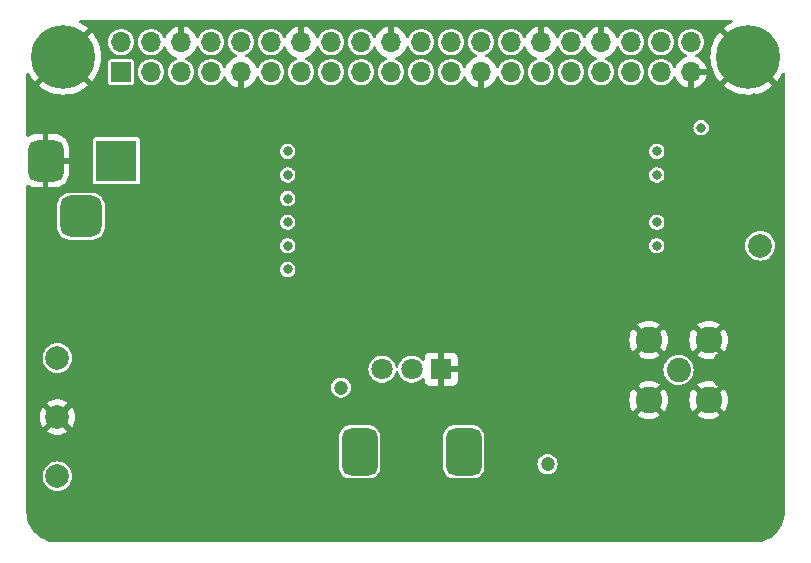
<source format=gbl>
G04 #@! TF.GenerationSoftware,KiCad,Pcbnew,7.0.1*
G04 #@! TF.CreationDate,2023-11-13T16:16:04-05:00*
G04 #@! TF.ProjectId,Radio HAT,52616469-6f20-4484-9154-2e6b69636164,v1.1*
G04 #@! TF.SameCoordinates,Original*
G04 #@! TF.FileFunction,Copper,L4,Bot*
G04 #@! TF.FilePolarity,Positive*
%FSLAX46Y46*%
G04 Gerber Fmt 4.6, Leading zero omitted, Abs format (unit mm)*
G04 Created by KiCad (PCBNEW 7.0.1) date 2023-11-13 16:16:04*
%MOMM*%
%LPD*%
G01*
G04 APERTURE LIST*
G04 Aperture macros list*
%AMRoundRect*
0 Rectangle with rounded corners*
0 $1 Rounding radius*
0 $2 $3 $4 $5 $6 $7 $8 $9 X,Y pos of 4 corners*
0 Add a 4 corners polygon primitive as box body*
4,1,4,$2,$3,$4,$5,$6,$7,$8,$9,$2,$3,0*
0 Add four circle primitives for the rounded corners*
1,1,$1+$1,$2,$3*
1,1,$1+$1,$4,$5*
1,1,$1+$1,$6,$7*
1,1,$1+$1,$8,$9*
0 Add four rect primitives between the rounded corners*
20,1,$1+$1,$2,$3,$4,$5,0*
20,1,$1+$1,$4,$5,$6,$7,0*
20,1,$1+$1,$6,$7,$8,$9,0*
20,1,$1+$1,$8,$9,$2,$3,0*%
G04 Aperture macros list end*
G04 #@! TA.AperFunction,ComponentPad*
%ADD10C,2.000000*%
G04 #@! TD*
G04 #@! TA.AperFunction,ComponentPad*
%ADD11R,1.800000X1.800000*%
G04 #@! TD*
G04 #@! TA.AperFunction,ComponentPad*
%ADD12C,1.800000*%
G04 #@! TD*
G04 #@! TA.AperFunction,ComponentPad*
%ADD13RoundRect,0.750000X-0.750000X1.250000X-0.750000X-1.250000X0.750000X-1.250000X0.750000X1.250000X0*%
G04 #@! TD*
G04 #@! TA.AperFunction,ComponentPad*
%ADD14C,2.050000*%
G04 #@! TD*
G04 #@! TA.AperFunction,ComponentPad*
%ADD15C,2.250000*%
G04 #@! TD*
G04 #@! TA.AperFunction,ComponentPad*
%ADD16C,0.800000*%
G04 #@! TD*
G04 #@! TA.AperFunction,ComponentPad*
%ADD17C,5.400000*%
G04 #@! TD*
G04 #@! TA.AperFunction,ComponentPad*
%ADD18R,1.700000X1.700000*%
G04 #@! TD*
G04 #@! TA.AperFunction,ComponentPad*
%ADD19O,1.700000X1.700000*%
G04 #@! TD*
G04 #@! TA.AperFunction,ComponentPad*
%ADD20R,3.500000X3.500000*%
G04 #@! TD*
G04 #@! TA.AperFunction,ComponentPad*
%ADD21RoundRect,0.750000X-0.750000X-1.000000X0.750000X-1.000000X0.750000X1.000000X-0.750000X1.000000X0*%
G04 #@! TD*
G04 #@! TA.AperFunction,ComponentPad*
%ADD22RoundRect,0.875000X-0.875000X-0.875000X0.875000X-0.875000X0.875000X0.875000X-0.875000X0.875000X0*%
G04 #@! TD*
G04 #@! TA.AperFunction,ViaPad*
%ADD23C,0.800000*%
G04 #@! TD*
G04 #@! TA.AperFunction,ViaPad*
%ADD24C,1.200000*%
G04 #@! TD*
G04 APERTURE END LIST*
D10*
X103000000Y-139000000D03*
X103000000Y-134000000D03*
D11*
X135500000Y-129950000D03*
D12*
X133000000Y-129950000D03*
X130500000Y-129950000D03*
D13*
X137400000Y-136950000D03*
X128600000Y-136950000D03*
D14*
X155600000Y-130000000D03*
D15*
X153060000Y-127460000D03*
X153060000Y-132540000D03*
X158140000Y-127460000D03*
X158140000Y-132540000D03*
D16*
X159475000Y-103500000D03*
X160068109Y-102068109D03*
X160068109Y-104931891D03*
X161500000Y-101475000D03*
D17*
X161500000Y-103500000D03*
D16*
X161500000Y-105525000D03*
X162931891Y-102068109D03*
X162931891Y-104931891D03*
X163525000Y-103500000D03*
D18*
X108400000Y-104790000D03*
D19*
X108400000Y-102250000D03*
X110940000Y-104790000D03*
X110940000Y-102250000D03*
X113480000Y-104790000D03*
X113480000Y-102250000D03*
X116020000Y-104790000D03*
X116020000Y-102250000D03*
X118560000Y-104790000D03*
X118560000Y-102250000D03*
X121100000Y-104790000D03*
X121100000Y-102250000D03*
X123640000Y-104790000D03*
X123640000Y-102250000D03*
X126180000Y-104790000D03*
X126180000Y-102250000D03*
X128720000Y-104790000D03*
X128720000Y-102250000D03*
X131260000Y-104790000D03*
X131260000Y-102250000D03*
X133800000Y-104790000D03*
X133800000Y-102250000D03*
X136340000Y-104790000D03*
X136340000Y-102250000D03*
X138880000Y-104790000D03*
X138880000Y-102250000D03*
X141420000Y-104790000D03*
X141420000Y-102250000D03*
X143960000Y-104790000D03*
X143960000Y-102250000D03*
X146500000Y-104790000D03*
X146500000Y-102250000D03*
X149040000Y-104790000D03*
X149040000Y-102250000D03*
X151580000Y-104790000D03*
X151580000Y-102250000D03*
X154120000Y-104790000D03*
X154120000Y-102250000D03*
X156660000Y-104790000D03*
X156660000Y-102250000D03*
D10*
X162500000Y-119500000D03*
D20*
X108000000Y-112300000D03*
D21*
X102000000Y-112300000D03*
D22*
X105000000Y-117000000D03*
D10*
X103000000Y-129000000D03*
D16*
X101475000Y-103500000D03*
X102068109Y-102068109D03*
X102068109Y-104931891D03*
X103500000Y-101475000D03*
D17*
X103500000Y-103500000D03*
D16*
X103500000Y-105525000D03*
X104931891Y-102068109D03*
X104931891Y-104931891D03*
X105525000Y-103500000D03*
D23*
X160000000Y-109000000D03*
X103000000Y-109000000D03*
X111000000Y-114000000D03*
X135000000Y-139000000D03*
D24*
X136000000Y-113000000D03*
D23*
X134000000Y-115000000D03*
X149000000Y-130000000D03*
X105000000Y-144000000D03*
D24*
X146000000Y-113000000D03*
D23*
X132000000Y-124000000D03*
X113000000Y-118000000D03*
X141000000Y-119000000D03*
X164000000Y-107000000D03*
X101000000Y-137000000D03*
X158000000Y-125000000D03*
X159000000Y-122000000D03*
X142000000Y-111000000D03*
X111000000Y-110000000D03*
X153000000Y-124000000D03*
X131000000Y-139000000D03*
X144000000Y-124000000D03*
X162000000Y-115500000D03*
X130000000Y-124000000D03*
X156000000Y-139000000D03*
X152000000Y-129000000D03*
X153000000Y-123000000D03*
X113000000Y-112000000D03*
X116500000Y-112500000D03*
D24*
X118500000Y-123500000D03*
D23*
X123000000Y-109000000D03*
X148000000Y-120000000D03*
X146000000Y-124000000D03*
X145000000Y-119000000D03*
X149000000Y-128000000D03*
X118500000Y-112500000D03*
X164000000Y-109000000D03*
X146000000Y-111000000D03*
X103000000Y-125000000D03*
X124000000Y-124000000D03*
X140000000Y-111000000D03*
X107000000Y-135500000D03*
X152000000Y-122000000D03*
X140000000Y-124000000D03*
X160000000Y-107000000D03*
X161000000Y-134000000D03*
X107000000Y-144000000D03*
X101000000Y-142000000D03*
X159000000Y-123000000D03*
X146000000Y-107000000D03*
X101000000Y-121000000D03*
X144000000Y-111000000D03*
X101000000Y-125000000D03*
D24*
X146000000Y-116500000D03*
D23*
X101000000Y-109000000D03*
X124000000Y-139000000D03*
X153000000Y-121000000D03*
X116000000Y-126000000D03*
X111000000Y-116000000D03*
X158000000Y-130000000D03*
X159000000Y-129000000D03*
X136000000Y-124000000D03*
X150000000Y-122000000D03*
X126000000Y-124000000D03*
X162000000Y-107000000D03*
X118000000Y-126000000D03*
X152000000Y-131000000D03*
X138000000Y-111000000D03*
X161000000Y-132000000D03*
X164000000Y-113500000D03*
X149000000Y-132000000D03*
X116000000Y-130000000D03*
X162000000Y-113500000D03*
X111000000Y-112000000D03*
X152000000Y-130000000D03*
X140000000Y-139000000D03*
X120000000Y-128000000D03*
X113000000Y-122000000D03*
X146000000Y-139000000D03*
X150000000Y-139000000D03*
X148000000Y-122000000D03*
X146000000Y-134000000D03*
X148000000Y-126000000D03*
X128000000Y-124000000D03*
X127000000Y-109000000D03*
D24*
X136000000Y-116500000D03*
D23*
X144000000Y-109000000D03*
D24*
X141000000Y-113000000D03*
D23*
X161000000Y-126000000D03*
X120000000Y-126000000D03*
X104500000Y-111000000D03*
X113000000Y-120000000D03*
X115000000Y-124000000D03*
D24*
X122500000Y-128000000D03*
D23*
X152000000Y-124000000D03*
X118000000Y-130000000D03*
X138000000Y-124000000D03*
X141000000Y-132000000D03*
X142000000Y-126000000D03*
X158000000Y-121000000D03*
X140000000Y-107000000D03*
X152000000Y-139000000D03*
X126000000Y-139000000D03*
X150000000Y-118000000D03*
X146000000Y-122000000D03*
X103000000Y-123000000D03*
X162000000Y-109000000D03*
X161000000Y-124000000D03*
X161000000Y-130000000D03*
X132000000Y-109000000D03*
X150000000Y-124000000D03*
X150000000Y-120000000D03*
X107000000Y-139500000D03*
X164000000Y-111000000D03*
X109000000Y-144000000D03*
X125000000Y-109000000D03*
X101000000Y-123000000D03*
X144000000Y-126000000D03*
X142000000Y-124000000D03*
X134000000Y-124000000D03*
X162000000Y-111000000D03*
X121500000Y-139250000D03*
X133000000Y-139000000D03*
X141000000Y-128000000D03*
X111000000Y-118000000D03*
X142000000Y-134000000D03*
X104500000Y-113000000D03*
X154000000Y-139000000D03*
X159000000Y-131000000D03*
X148000000Y-139000000D03*
X101000000Y-119000000D03*
X161000000Y-128000000D03*
X143000000Y-119000000D03*
X116000000Y-128000000D03*
X158000000Y-139000000D03*
X118000000Y-128000000D03*
X159000000Y-130000000D03*
X153000000Y-122000000D03*
X141000000Y-130000000D03*
X101000000Y-132000000D03*
X118000000Y-132000000D03*
X146000000Y-126000000D03*
X164000000Y-115500000D03*
X153000000Y-125000000D03*
X144000000Y-134000000D03*
X113000000Y-114000000D03*
X152000000Y-125000000D03*
X158000000Y-122000000D03*
X146000000Y-109000000D03*
X159000000Y-124000000D03*
X158000000Y-124000000D03*
X158000000Y-123000000D03*
X148000000Y-134000000D03*
D24*
X141000000Y-116500000D03*
D23*
X159000000Y-125000000D03*
X103000000Y-144000000D03*
X160000000Y-138000000D03*
X113000000Y-116000000D03*
X142000000Y-107000000D03*
X148000000Y-124000000D03*
X152000000Y-123000000D03*
X153000000Y-130000000D03*
X161000000Y-136000000D03*
X103000000Y-121000000D03*
X111000000Y-120000000D03*
X122500000Y-121500000D03*
X153750000Y-113500000D03*
X153750000Y-111500000D03*
X157500000Y-109500000D03*
X122500000Y-113500000D03*
X122500000Y-111500000D03*
X153750000Y-119500000D03*
X122500000Y-115500000D03*
X122500000Y-117500000D03*
X122500000Y-119500000D03*
X153750000Y-117500000D03*
D24*
X144500000Y-138000000D03*
X127000000Y-131500000D03*
G04 #@! TA.AperFunction,Conductor*
G36*
X160108782Y-100398345D02*
G01*
X160154229Y-100444305D01*
X160170373Y-100506891D01*
X160152829Y-100569100D01*
X160106362Y-100614028D01*
X159794815Y-100786213D01*
X159501685Y-100994200D01*
X159420397Y-101066842D01*
X159420396Y-101066843D01*
X161500000Y-103146447D01*
X163933155Y-105579601D01*
X164005803Y-105498310D01*
X164213786Y-105205184D01*
X164385972Y-104893638D01*
X164430900Y-104847171D01*
X164493109Y-104829627D01*
X164555695Y-104845771D01*
X164601655Y-104891218D01*
X164618500Y-104953619D01*
X164618500Y-141996519D01*
X164618305Y-142003472D01*
X164602425Y-142286228D01*
X164600868Y-142300046D01*
X164554015Y-142575804D01*
X164550921Y-142589360D01*
X164473486Y-142858144D01*
X164468893Y-142871270D01*
X164361852Y-143129690D01*
X164355818Y-143142219D01*
X164220514Y-143387031D01*
X164213117Y-143398804D01*
X164051256Y-143626927D01*
X164042586Y-143637799D01*
X163856199Y-143846366D01*
X163846366Y-143856199D01*
X163637799Y-144042586D01*
X163626927Y-144051256D01*
X163398804Y-144213117D01*
X163387031Y-144220514D01*
X163142219Y-144355818D01*
X163129690Y-144361852D01*
X162871270Y-144468893D01*
X162858144Y-144473486D01*
X162589360Y-144550921D01*
X162575804Y-144554015D01*
X162300046Y-144600868D01*
X162286228Y-144602425D01*
X162003472Y-144618305D01*
X161996519Y-144618500D01*
X103003481Y-144618500D01*
X102996528Y-144618305D01*
X102713771Y-144602425D01*
X102699953Y-144600868D01*
X102424195Y-144554015D01*
X102410639Y-144550921D01*
X102141855Y-144473486D01*
X102128729Y-144468893D01*
X101870309Y-144361852D01*
X101857780Y-144355818D01*
X101612968Y-144220514D01*
X101601195Y-144213117D01*
X101373072Y-144051256D01*
X101362200Y-144042586D01*
X101153633Y-143856199D01*
X101143800Y-143846366D01*
X100957413Y-143637799D01*
X100948743Y-143626927D01*
X100786882Y-143398804D01*
X100779485Y-143387031D01*
X100644181Y-143142219D01*
X100638150Y-143129697D01*
X100531105Y-142871269D01*
X100526513Y-142858144D01*
X100449078Y-142589360D01*
X100445984Y-142575804D01*
X100399129Y-142300033D01*
X100397575Y-142286239D01*
X100381695Y-142003472D01*
X100381500Y-141996519D01*
X100381500Y-139000000D01*
X101744722Y-139000000D01*
X101763792Y-139217974D01*
X101763793Y-139217977D01*
X101820425Y-139429330D01*
X101912898Y-139627639D01*
X102038402Y-139806877D01*
X102193123Y-139961598D01*
X102372361Y-140087102D01*
X102570670Y-140179575D01*
X102782023Y-140236207D01*
X103000000Y-140255277D01*
X103217977Y-140236207D01*
X103429330Y-140179575D01*
X103627639Y-140087102D01*
X103806877Y-139961598D01*
X103961598Y-139806877D01*
X104087102Y-139627639D01*
X104179575Y-139429330D01*
X104236207Y-139217977D01*
X104255277Y-139000000D01*
X104236207Y-138782023D01*
X104179575Y-138570670D01*
X104087102Y-138372362D01*
X104007048Y-138258033D01*
X126849500Y-138258033D01*
X126860114Y-138377417D01*
X126916091Y-138573050D01*
X127003617Y-138740610D01*
X127010302Y-138753407D01*
X127138891Y-138911109D01*
X127296593Y-139039698D01*
X127476951Y-139133909D01*
X127672582Y-139189886D01*
X127791963Y-139200500D01*
X129408036Y-139200499D01*
X129527418Y-139189886D01*
X129723049Y-139133909D01*
X129903407Y-139039698D01*
X130061109Y-138911109D01*
X130189698Y-138753407D01*
X130283909Y-138573049D01*
X130339886Y-138377418D01*
X130350500Y-138258037D01*
X130350500Y-138258033D01*
X135649500Y-138258033D01*
X135660114Y-138377417D01*
X135716091Y-138573050D01*
X135803617Y-138740610D01*
X135810302Y-138753407D01*
X135938891Y-138911109D01*
X136096593Y-139039698D01*
X136276951Y-139133909D01*
X136472582Y-139189886D01*
X136591963Y-139200500D01*
X138208036Y-139200499D01*
X138327418Y-139189886D01*
X138523049Y-139133909D01*
X138703407Y-139039698D01*
X138861109Y-138911109D01*
X138989698Y-138753407D01*
X139083909Y-138573049D01*
X139139886Y-138377418D01*
X139150500Y-138258037D01*
X139150500Y-138000000D01*
X143644815Y-138000000D01*
X143663503Y-138177804D01*
X143718749Y-138347835D01*
X143808140Y-138502665D01*
X143927771Y-138635527D01*
X144072403Y-138740610D01*
X144072406Y-138740611D01*
X144072407Y-138740612D01*
X144165418Y-138782023D01*
X144235735Y-138813330D01*
X144410607Y-138850500D01*
X144410609Y-138850500D01*
X144589391Y-138850500D01*
X144589393Y-138850500D01*
X144764264Y-138813330D01*
X144764265Y-138813329D01*
X144764267Y-138813329D01*
X144927593Y-138740612D01*
X145072230Y-138635526D01*
X145191859Y-138502665D01*
X145281250Y-138347835D01*
X145336497Y-138177803D01*
X145355185Y-138000000D01*
X145336497Y-137822197D01*
X145281250Y-137652165D01*
X145281250Y-137652164D01*
X145191859Y-137497334D01*
X145072228Y-137364472D01*
X144927596Y-137259389D01*
X144764264Y-137186669D01*
X144589393Y-137149500D01*
X144589391Y-137149500D01*
X144410609Y-137149500D01*
X144410607Y-137149500D01*
X144235735Y-137186669D01*
X144072408Y-137259387D01*
X143927768Y-137364474D01*
X143808140Y-137497334D01*
X143718749Y-137652164D01*
X143663503Y-137822195D01*
X143644815Y-138000000D01*
X139150500Y-138000000D01*
X139150499Y-135641964D01*
X139139886Y-135522582D01*
X139083909Y-135326951D01*
X138989698Y-135146593D01*
X138861109Y-134988891D01*
X138703407Y-134860302D01*
X138703406Y-134860301D01*
X138523050Y-134766091D01*
X138425233Y-134738102D01*
X138327418Y-134710114D01*
X138208037Y-134699500D01*
X138208033Y-134699500D01*
X136591966Y-134699500D01*
X136472582Y-134710114D01*
X136276949Y-134766091D01*
X136096593Y-134860301D01*
X135938891Y-134988891D01*
X135810301Y-135146593D01*
X135716091Y-135326949D01*
X135660114Y-135522582D01*
X135649500Y-135641966D01*
X135649500Y-138258033D01*
X130350500Y-138258033D01*
X130350499Y-135641964D01*
X130339886Y-135522582D01*
X130283909Y-135326951D01*
X130189698Y-135146593D01*
X130061109Y-134988891D01*
X129903407Y-134860302D01*
X129903406Y-134860301D01*
X129723050Y-134766091D01*
X129625233Y-134738102D01*
X129527418Y-134710114D01*
X129408037Y-134699500D01*
X129408033Y-134699500D01*
X127791966Y-134699500D01*
X127672582Y-134710114D01*
X127476949Y-134766091D01*
X127296593Y-134860301D01*
X127138891Y-134988891D01*
X127010301Y-135146593D01*
X126916091Y-135326949D01*
X126860114Y-135522582D01*
X126849500Y-135641966D01*
X126849500Y-138258033D01*
X104007048Y-138258033D01*
X103961598Y-138193123D01*
X103806877Y-138038402D01*
X103627639Y-137912898D01*
X103536205Y-137870261D01*
X103429331Y-137820425D01*
X103217974Y-137763792D01*
X103000000Y-137744722D01*
X102782025Y-137763792D01*
X102570668Y-137820425D01*
X102372361Y-137912898D01*
X102193122Y-138038402D01*
X102038402Y-138193122D01*
X101912898Y-138372361D01*
X101820425Y-138570668D01*
X101763792Y-138782025D01*
X101744722Y-139000000D01*
X100381500Y-139000000D01*
X100381500Y-135223610D01*
X102129942Y-135223610D01*
X102176766Y-135260055D01*
X102395393Y-135378368D01*
X102630506Y-135459083D01*
X102875707Y-135500000D01*
X103124293Y-135500000D01*
X103369493Y-135459083D01*
X103604606Y-135378368D01*
X103823233Y-135260053D01*
X103870056Y-135223609D01*
X103000000Y-134353553D01*
X102129942Y-135223609D01*
X102129942Y-135223610D01*
X100381500Y-135223610D01*
X100381500Y-134000000D01*
X101494858Y-134000000D01*
X101515386Y-134247732D01*
X101576413Y-134488721D01*
X101676268Y-134716370D01*
X101776563Y-134869882D01*
X101776564Y-134869882D01*
X102646447Y-134000001D01*
X103353553Y-134000001D01*
X104223434Y-134869882D01*
X104323730Y-134716369D01*
X104423586Y-134488721D01*
X104484613Y-134247732D01*
X104505141Y-134000000D01*
X104493164Y-133855465D01*
X152098087Y-133855465D01*
X152101895Y-133858718D01*
X152319982Y-133992361D01*
X152556294Y-134090246D01*
X152805006Y-134149956D01*
X153060000Y-134170024D01*
X153314993Y-134149956D01*
X153563705Y-134090246D01*
X153800012Y-133992363D01*
X154018108Y-133858715D01*
X154021911Y-133855465D01*
X157178087Y-133855465D01*
X157181895Y-133858718D01*
X157399982Y-133992361D01*
X157636294Y-134090246D01*
X157885006Y-134149956D01*
X158140000Y-134170024D01*
X158394993Y-134149956D01*
X158643705Y-134090246D01*
X158880012Y-133992363D01*
X159098108Y-133858715D01*
X159101911Y-133855465D01*
X159101912Y-133855464D01*
X158140000Y-132893553D01*
X157178087Y-133855464D01*
X157178087Y-133855465D01*
X154021911Y-133855465D01*
X154021912Y-133855464D01*
X153060000Y-132893553D01*
X152098087Y-133855464D01*
X152098087Y-133855465D01*
X104493164Y-133855465D01*
X104484613Y-133752267D01*
X104423586Y-133511278D01*
X104323730Y-133283630D01*
X104223434Y-133130116D01*
X103353553Y-134000000D01*
X103353553Y-134000001D01*
X102646447Y-134000001D01*
X102646447Y-134000000D01*
X101776564Y-133130116D01*
X101676266Y-133283634D01*
X101576413Y-133511278D01*
X101515386Y-133752267D01*
X101494858Y-134000000D01*
X100381500Y-134000000D01*
X100381500Y-132776390D01*
X102129942Y-132776390D01*
X103000000Y-133646447D01*
X103000001Y-133646447D01*
X103870057Y-132776390D01*
X103870056Y-132776388D01*
X103823235Y-132739947D01*
X103604606Y-132621631D01*
X103369493Y-132540916D01*
X103364004Y-132540000D01*
X151429975Y-132540000D01*
X151450043Y-132794993D01*
X151509753Y-133043705D01*
X151607636Y-133280012D01*
X151741284Y-133498108D01*
X151744533Y-133501911D01*
X151744535Y-133501911D01*
X152706447Y-132540001D01*
X153413553Y-132540001D01*
X154375464Y-133501912D01*
X154375465Y-133501911D01*
X154378715Y-133498108D01*
X154512363Y-133280012D01*
X154610246Y-133043705D01*
X154669956Y-132794993D01*
X154690024Y-132540000D01*
X156509975Y-132540000D01*
X156530043Y-132794993D01*
X156589753Y-133043705D01*
X156687636Y-133280012D01*
X156821284Y-133498108D01*
X156824533Y-133501911D01*
X156824535Y-133501911D01*
X157786447Y-132540001D01*
X157786447Y-132540000D01*
X158493553Y-132540000D01*
X159455464Y-133501912D01*
X159455465Y-133501911D01*
X159458715Y-133498108D01*
X159592363Y-133280012D01*
X159690246Y-133043705D01*
X159749956Y-132794993D01*
X159770024Y-132540000D01*
X159749956Y-132285006D01*
X159690246Y-132036294D01*
X159592361Y-131799982D01*
X159458718Y-131581895D01*
X159455465Y-131578087D01*
X159455464Y-131578087D01*
X158493553Y-132540000D01*
X157786447Y-132540000D01*
X157786447Y-132539999D01*
X156824534Y-131578087D01*
X156824533Y-131578087D01*
X156821281Y-131581895D01*
X156687638Y-131799982D01*
X156589753Y-132036294D01*
X156530043Y-132285006D01*
X156509975Y-132540000D01*
X154690024Y-132540000D01*
X154669956Y-132285006D01*
X154610246Y-132036294D01*
X154512361Y-131799982D01*
X154378718Y-131581895D01*
X154375465Y-131578087D01*
X154375464Y-131578087D01*
X153413553Y-132540000D01*
X153413553Y-132540001D01*
X152706447Y-132540001D01*
X152706447Y-132539999D01*
X151744534Y-131578087D01*
X151744533Y-131578087D01*
X151741281Y-131581895D01*
X151607638Y-131799982D01*
X151509753Y-132036294D01*
X151450043Y-132285006D01*
X151429975Y-132540000D01*
X103364004Y-132540000D01*
X103124293Y-132500000D01*
X102875707Y-132500000D01*
X102630506Y-132540916D01*
X102395393Y-132621631D01*
X102176764Y-132739946D01*
X102129942Y-132776388D01*
X102129942Y-132776390D01*
X100381500Y-132776390D01*
X100381500Y-131499999D01*
X126144815Y-131499999D01*
X126163503Y-131677804D01*
X126218749Y-131847835D01*
X126308140Y-132002665D01*
X126427771Y-132135527D01*
X126572403Y-132240610D01*
X126735735Y-132313330D01*
X126910607Y-132350500D01*
X126910609Y-132350500D01*
X127089391Y-132350500D01*
X127089393Y-132350500D01*
X127264264Y-132313330D01*
X127264265Y-132313329D01*
X127264267Y-132313329D01*
X127427593Y-132240612D01*
X127572230Y-132135526D01*
X127691859Y-132002665D01*
X127781250Y-131847835D01*
X127836497Y-131677803D01*
X127855185Y-131500000D01*
X127836497Y-131322197D01*
X127781250Y-131152165D01*
X127781250Y-131152164D01*
X127691859Y-130997334D01*
X127572228Y-130864472D01*
X127427596Y-130759389D01*
X127264264Y-130686669D01*
X127089393Y-130649500D01*
X127089391Y-130649500D01*
X126910609Y-130649500D01*
X126910607Y-130649500D01*
X126735735Y-130686669D01*
X126572408Y-130759387D01*
X126427768Y-130864474D01*
X126308140Y-130997334D01*
X126218749Y-131152164D01*
X126163503Y-131322195D01*
X126144815Y-131499999D01*
X100381500Y-131499999D01*
X100381500Y-128999999D01*
X101744722Y-128999999D01*
X101763792Y-129217974D01*
X101801798Y-129359816D01*
X101820425Y-129429330D01*
X101912898Y-129627639D01*
X102038402Y-129806877D01*
X102193123Y-129961598D01*
X102372361Y-130087102D01*
X102570670Y-130179575D01*
X102782023Y-130236207D01*
X103000000Y-130255277D01*
X103217977Y-130236207D01*
X103429330Y-130179575D01*
X103627639Y-130087102D01*
X103806877Y-129961598D01*
X103818475Y-129950000D01*
X129344571Y-129950000D01*
X129364243Y-130162310D01*
X129422595Y-130367390D01*
X129517631Y-130558252D01*
X129646126Y-130728405D01*
X129646128Y-130728407D01*
X129803698Y-130872052D01*
X129984981Y-130984298D01*
X130183802Y-131061321D01*
X130393390Y-131100500D01*
X130606608Y-131100500D01*
X130606610Y-131100500D01*
X130816198Y-131061321D01*
X131015019Y-130984298D01*
X131196302Y-130872052D01*
X131353872Y-130728407D01*
X131482366Y-130558255D01*
X131482366Y-130558253D01*
X131482368Y-130558252D01*
X131542288Y-130437914D01*
X131577405Y-130367389D01*
X131630733Y-130179961D01*
X131663133Y-130125408D01*
X131718276Y-130094023D01*
X131781724Y-130094023D01*
X131836867Y-130125408D01*
X131869266Y-130179961D01*
X131922595Y-130367390D01*
X132017631Y-130558252D01*
X132146126Y-130728405D01*
X132146128Y-130728407D01*
X132303698Y-130872052D01*
X132484981Y-130984298D01*
X132683802Y-131061321D01*
X132893390Y-131100500D01*
X133106608Y-131100500D01*
X133106610Y-131100500D01*
X133316198Y-131061321D01*
X133515019Y-130984298D01*
X133696302Y-130872052D01*
X133853872Y-130728407D01*
X133877045Y-130697720D01*
X133924868Y-130659480D01*
X133985158Y-130648786D01*
X134043215Y-130668244D01*
X134084882Y-130713112D01*
X134100000Y-130772447D01*
X134100000Y-130897824D01*
X134106402Y-130957375D01*
X134156647Y-131092089D01*
X134242811Y-131207188D01*
X134357910Y-131293352D01*
X134492624Y-131343597D01*
X134552176Y-131350000D01*
X135250000Y-131350000D01*
X135250000Y-130200000D01*
X135750000Y-130200000D01*
X135750000Y-131350000D01*
X136447824Y-131350000D01*
X136507375Y-131343597D01*
X136642089Y-131293352D01*
X136734017Y-131224534D01*
X152098087Y-131224534D01*
X153060000Y-132186447D01*
X153060001Y-132186447D01*
X154021911Y-131224535D01*
X154021911Y-131224533D01*
X154018108Y-131221284D01*
X153800012Y-131087636D01*
X153563705Y-130989753D01*
X153314993Y-130930043D01*
X153060000Y-130909975D01*
X152805006Y-130930043D01*
X152556294Y-130989753D01*
X152319982Y-131087638D01*
X152101895Y-131221281D01*
X152098087Y-131224533D01*
X152098087Y-131224534D01*
X136734017Y-131224534D01*
X136757188Y-131207188D01*
X136843352Y-131092089D01*
X136893597Y-130957375D01*
X136900000Y-130897824D01*
X136900000Y-130200000D01*
X135750000Y-130200000D01*
X135250000Y-130200000D01*
X135250000Y-129999999D01*
X154319627Y-129999999D01*
X154339079Y-130222331D01*
X154339080Y-130222334D01*
X154396844Y-130437913D01*
X154491165Y-130640186D01*
X154619178Y-130823007D01*
X154776993Y-130980822D01*
X154959814Y-131108835D01*
X155162087Y-131203156D01*
X155377666Y-131260920D01*
X155600000Y-131280372D01*
X155822334Y-131260920D01*
X155958129Y-131224534D01*
X157178087Y-131224534D01*
X158140000Y-132186447D01*
X158140001Y-132186447D01*
X159101911Y-131224535D01*
X159101911Y-131224533D01*
X159098108Y-131221284D01*
X158880012Y-131087636D01*
X158643705Y-130989753D01*
X158394993Y-130930043D01*
X158140000Y-130909975D01*
X157885006Y-130930043D01*
X157636294Y-130989753D01*
X157399982Y-131087638D01*
X157181895Y-131221281D01*
X157178087Y-131224533D01*
X157178087Y-131224534D01*
X155958129Y-131224534D01*
X156037913Y-131203156D01*
X156240186Y-131108835D01*
X156423007Y-130980822D01*
X156580822Y-130823007D01*
X156708835Y-130640186D01*
X156803156Y-130437913D01*
X156860920Y-130222334D01*
X156880372Y-130000000D01*
X156860920Y-129777666D01*
X156803156Y-129562087D01*
X156708835Y-129359814D01*
X156580822Y-129176993D01*
X156423007Y-129019178D01*
X156240186Y-128891165D01*
X156127629Y-128838679D01*
X156037914Y-128796844D01*
X155958126Y-128775465D01*
X157178087Y-128775465D01*
X157181895Y-128778718D01*
X157399982Y-128912361D01*
X157636294Y-129010246D01*
X157885006Y-129069956D01*
X158140000Y-129090024D01*
X158394993Y-129069956D01*
X158643705Y-129010246D01*
X158880012Y-128912363D01*
X159098108Y-128778715D01*
X159101911Y-128775465D01*
X159101912Y-128775464D01*
X158140000Y-127813553D01*
X157178087Y-128775464D01*
X157178087Y-128775465D01*
X155958126Y-128775465D01*
X155822331Y-128739079D01*
X155600000Y-128719627D01*
X155377668Y-128739079D01*
X155162085Y-128796844D01*
X154959816Y-128891164D01*
X154959814Y-128891165D01*
X154789749Y-129010246D01*
X154776989Y-129019181D01*
X154619181Y-129176989D01*
X154619178Y-129176992D01*
X154619178Y-129176993D01*
X154580833Y-129231756D01*
X154491164Y-129359816D01*
X154396844Y-129562085D01*
X154339079Y-129777668D01*
X154319627Y-129999999D01*
X135250000Y-129999999D01*
X135250000Y-128550000D01*
X135750000Y-128550000D01*
X135750000Y-129700000D01*
X136900000Y-129700000D01*
X136900000Y-129002176D01*
X136893597Y-128942624D01*
X136843352Y-128807910D01*
X136819063Y-128775465D01*
X152098087Y-128775465D01*
X152101895Y-128778718D01*
X152319982Y-128912361D01*
X152556294Y-129010246D01*
X152805006Y-129069956D01*
X153060000Y-129090024D01*
X153314993Y-129069956D01*
X153563705Y-129010246D01*
X153800012Y-128912363D01*
X154018108Y-128778715D01*
X154021911Y-128775465D01*
X154021912Y-128775464D01*
X153060000Y-127813553D01*
X152098087Y-128775464D01*
X152098087Y-128775465D01*
X136819063Y-128775465D01*
X136757188Y-128692811D01*
X136642089Y-128606647D01*
X136507375Y-128556402D01*
X136447824Y-128550000D01*
X135750000Y-128550000D01*
X135250000Y-128550000D01*
X134552176Y-128550000D01*
X134492624Y-128556402D01*
X134357910Y-128606647D01*
X134242811Y-128692811D01*
X134156647Y-128807910D01*
X134106402Y-128942624D01*
X134100000Y-129002176D01*
X134100000Y-129127553D01*
X134084882Y-129186888D01*
X134043215Y-129231756D01*
X133985158Y-129251214D01*
X133924868Y-129240520D01*
X133877046Y-129202280D01*
X133853873Y-129171594D01*
X133696301Y-129027947D01*
X133515017Y-128915701D01*
X133316198Y-128838679D01*
X133106610Y-128799500D01*
X132893390Y-128799500D01*
X132753664Y-128825619D01*
X132683801Y-128838679D01*
X132484982Y-128915701D01*
X132303698Y-129027947D01*
X132146126Y-129171594D01*
X132017631Y-129341747D01*
X131922595Y-129532609D01*
X131869266Y-129720038D01*
X131836867Y-129774591D01*
X131781724Y-129805976D01*
X131718276Y-129805976D01*
X131663133Y-129774591D01*
X131630734Y-129720038D01*
X131577404Y-129532609D01*
X131482368Y-129341747D01*
X131353873Y-129171594D01*
X131196301Y-129027947D01*
X131015017Y-128915701D01*
X130816198Y-128838679D01*
X130606610Y-128799500D01*
X130393390Y-128799500D01*
X130253664Y-128825619D01*
X130183801Y-128838679D01*
X129984982Y-128915701D01*
X129803698Y-129027947D01*
X129646126Y-129171594D01*
X129517631Y-129341747D01*
X129422595Y-129532609D01*
X129364243Y-129737689D01*
X129344571Y-129950000D01*
X103818475Y-129950000D01*
X103961598Y-129806877D01*
X104087102Y-129627639D01*
X104179575Y-129429330D01*
X104236207Y-129217977D01*
X104255277Y-129000000D01*
X104236207Y-128782023D01*
X104179575Y-128570670D01*
X104087102Y-128372362D01*
X103961598Y-128193123D01*
X103806877Y-128038402D01*
X103627639Y-127912898D01*
X103536205Y-127870261D01*
X103429331Y-127820425D01*
X103217974Y-127763792D01*
X103000000Y-127744722D01*
X102782025Y-127763792D01*
X102570668Y-127820425D01*
X102372361Y-127912898D01*
X102193122Y-128038402D01*
X102038402Y-128193122D01*
X101912898Y-128372361D01*
X101820425Y-128570668D01*
X101763792Y-128782025D01*
X101744722Y-128999999D01*
X100381500Y-128999999D01*
X100381500Y-127459999D01*
X151429975Y-127459999D01*
X151450043Y-127714993D01*
X151509753Y-127963705D01*
X151607636Y-128200012D01*
X151741284Y-128418108D01*
X151744533Y-128421911D01*
X151744535Y-128421911D01*
X152706447Y-127460001D01*
X153413553Y-127460001D01*
X154375464Y-128421912D01*
X154375465Y-128421911D01*
X154378715Y-128418108D01*
X154512363Y-128200012D01*
X154610246Y-127963705D01*
X154669956Y-127714993D01*
X154690024Y-127459999D01*
X156509975Y-127459999D01*
X156530043Y-127714993D01*
X156589753Y-127963705D01*
X156687636Y-128200012D01*
X156821284Y-128418108D01*
X156824533Y-128421911D01*
X156824535Y-128421911D01*
X157786447Y-127460001D01*
X157786447Y-127460000D01*
X158493553Y-127460000D01*
X159455464Y-128421912D01*
X159455465Y-128421911D01*
X159458715Y-128418108D01*
X159592363Y-128200012D01*
X159690246Y-127963705D01*
X159749956Y-127714993D01*
X159770024Y-127459999D01*
X159749956Y-127205006D01*
X159690246Y-126956294D01*
X159592361Y-126719982D01*
X159458718Y-126501895D01*
X159455465Y-126498087D01*
X159455464Y-126498087D01*
X158493553Y-127460000D01*
X157786447Y-127460000D01*
X157786447Y-127459999D01*
X156824534Y-126498087D01*
X156824533Y-126498087D01*
X156821281Y-126501895D01*
X156687638Y-126719982D01*
X156589753Y-126956294D01*
X156530043Y-127205006D01*
X156509975Y-127459999D01*
X154690024Y-127459999D01*
X154669956Y-127205006D01*
X154610246Y-126956294D01*
X154512361Y-126719982D01*
X154378718Y-126501895D01*
X154375465Y-126498087D01*
X154375464Y-126498087D01*
X153413553Y-127460000D01*
X153413553Y-127460001D01*
X152706447Y-127460001D01*
X152706447Y-127459999D01*
X151744534Y-126498087D01*
X151744533Y-126498087D01*
X151741281Y-126501895D01*
X151607638Y-126719982D01*
X151509753Y-126956294D01*
X151450043Y-127205006D01*
X151429975Y-127459999D01*
X100381500Y-127459999D01*
X100381500Y-126144534D01*
X152098087Y-126144534D01*
X153060000Y-127106447D01*
X153060001Y-127106447D01*
X154021911Y-126144535D01*
X154021911Y-126144534D01*
X157178087Y-126144534D01*
X158140000Y-127106447D01*
X158140001Y-127106447D01*
X159101911Y-126144535D01*
X159101911Y-126144533D01*
X159098108Y-126141284D01*
X158880012Y-126007636D01*
X158643705Y-125909753D01*
X158394993Y-125850043D01*
X158140000Y-125829975D01*
X157885006Y-125850043D01*
X157636294Y-125909753D01*
X157399982Y-126007638D01*
X157181895Y-126141281D01*
X157178087Y-126144533D01*
X157178087Y-126144534D01*
X154021911Y-126144534D01*
X154021911Y-126144533D01*
X154018108Y-126141284D01*
X153800012Y-126007636D01*
X153563705Y-125909753D01*
X153314993Y-125850043D01*
X153060000Y-125829975D01*
X152805006Y-125850043D01*
X152556294Y-125909753D01*
X152319982Y-126007638D01*
X152101895Y-126141281D01*
X152098087Y-126144533D01*
X152098087Y-126144534D01*
X100381500Y-126144534D01*
X100381500Y-121500000D01*
X121844721Y-121500000D01*
X121863763Y-121656818D01*
X121919780Y-121804523D01*
X122009515Y-121934528D01*
X122009516Y-121934529D01*
X122009517Y-121934530D01*
X122127760Y-122039283D01*
X122267635Y-122112696D01*
X122421015Y-122150500D01*
X122578985Y-122150500D01*
X122732365Y-122112696D01*
X122872240Y-122039283D01*
X122990483Y-121934530D01*
X123080220Y-121804523D01*
X123136237Y-121656818D01*
X123155278Y-121500000D01*
X123136237Y-121343182D01*
X123080220Y-121195477D01*
X122990483Y-121065470D01*
X122872240Y-120960717D01*
X122858994Y-120953764D01*
X122732364Y-120887303D01*
X122578985Y-120849500D01*
X122421015Y-120849500D01*
X122267635Y-120887303D01*
X122127761Y-120960716D01*
X122009515Y-121065471D01*
X121919780Y-121195476D01*
X121863763Y-121343181D01*
X121844721Y-121500000D01*
X100381500Y-121500000D01*
X100381500Y-119500000D01*
X121844721Y-119500000D01*
X121863763Y-119656818D01*
X121919780Y-119804523D01*
X122009515Y-119934528D01*
X122009516Y-119934529D01*
X122009517Y-119934530D01*
X122127760Y-120039283D01*
X122267635Y-120112696D01*
X122421015Y-120150500D01*
X122578985Y-120150500D01*
X122732365Y-120112696D01*
X122872240Y-120039283D01*
X122990483Y-119934530D01*
X123080220Y-119804523D01*
X123136237Y-119656818D01*
X123155278Y-119500000D01*
X153094721Y-119500000D01*
X153113763Y-119656818D01*
X153169780Y-119804523D01*
X153259515Y-119934528D01*
X153259516Y-119934529D01*
X153259517Y-119934530D01*
X153377760Y-120039283D01*
X153517635Y-120112696D01*
X153671015Y-120150500D01*
X153828985Y-120150500D01*
X153982365Y-120112696D01*
X154122240Y-120039283D01*
X154240483Y-119934530D01*
X154330220Y-119804523D01*
X154386237Y-119656818D01*
X154405278Y-119500000D01*
X161244722Y-119500000D01*
X161263792Y-119717974D01*
X161320425Y-119929331D01*
X161370261Y-120036205D01*
X161412898Y-120127639D01*
X161538402Y-120306877D01*
X161693123Y-120461598D01*
X161872361Y-120587102D01*
X162070670Y-120679575D01*
X162282023Y-120736207D01*
X162500000Y-120755277D01*
X162717977Y-120736207D01*
X162929330Y-120679575D01*
X163127639Y-120587102D01*
X163306877Y-120461598D01*
X163461598Y-120306877D01*
X163587102Y-120127639D01*
X163679575Y-119929330D01*
X163736207Y-119717977D01*
X163755277Y-119500000D01*
X163736207Y-119282023D01*
X163679575Y-119070670D01*
X163587102Y-118872362D01*
X163461598Y-118693123D01*
X163306877Y-118538402D01*
X163127639Y-118412898D01*
X163036205Y-118370261D01*
X162929331Y-118320425D01*
X162717974Y-118263792D01*
X162500000Y-118244722D01*
X162282025Y-118263792D01*
X162070668Y-118320425D01*
X161872361Y-118412898D01*
X161693122Y-118538402D01*
X161538402Y-118693122D01*
X161412898Y-118872361D01*
X161320425Y-119070668D01*
X161263792Y-119282025D01*
X161244722Y-119500000D01*
X154405278Y-119500000D01*
X154386237Y-119343182D01*
X154330220Y-119195477D01*
X154285351Y-119130473D01*
X154240484Y-119065471D01*
X154167146Y-119000500D01*
X154122240Y-118960717D01*
X154105506Y-118951934D01*
X153982364Y-118887303D01*
X153828985Y-118849500D01*
X153671015Y-118849500D01*
X153517635Y-118887303D01*
X153377761Y-118960716D01*
X153259515Y-119065471D01*
X153169780Y-119195476D01*
X153113763Y-119343181D01*
X153094721Y-119500000D01*
X123155278Y-119500000D01*
X123136237Y-119343182D01*
X123080220Y-119195477D01*
X123035351Y-119130473D01*
X122990484Y-119065471D01*
X122917146Y-119000500D01*
X122872240Y-118960717D01*
X122855506Y-118951934D01*
X122732364Y-118887303D01*
X122578985Y-118849500D01*
X122421015Y-118849500D01*
X122267635Y-118887303D01*
X122127761Y-118960716D01*
X122009515Y-119065471D01*
X121919780Y-119195476D01*
X121863763Y-119343181D01*
X121844721Y-119500000D01*
X100381500Y-119500000D01*
X100381500Y-117960940D01*
X102999500Y-117960940D01*
X103002376Y-118009229D01*
X103048065Y-118219258D01*
X103132679Y-118416848D01*
X103253157Y-118594856D01*
X103405143Y-118746842D01*
X103498151Y-118809790D01*
X103583152Y-118867321D01*
X103780741Y-118951934D01*
X103990774Y-118997624D01*
X104039052Y-119000500D01*
X105960940Y-119000500D01*
X105960948Y-119000500D01*
X106009226Y-118997624D01*
X106219259Y-118951934D01*
X106416848Y-118867321D01*
X106594855Y-118746843D01*
X106746843Y-118594855D01*
X106867321Y-118416848D01*
X106951934Y-118219259D01*
X106997624Y-118009226D01*
X107000500Y-117960948D01*
X107000500Y-117500000D01*
X121844721Y-117500000D01*
X121863763Y-117656818D01*
X121919780Y-117804523D01*
X122009515Y-117934528D01*
X122009516Y-117934529D01*
X122009517Y-117934530D01*
X122127760Y-118039283D01*
X122267635Y-118112696D01*
X122421015Y-118150500D01*
X122578985Y-118150500D01*
X122732365Y-118112696D01*
X122872240Y-118039283D01*
X122990483Y-117934530D01*
X123080220Y-117804523D01*
X123136237Y-117656818D01*
X123155278Y-117500000D01*
X153094721Y-117500000D01*
X153113763Y-117656818D01*
X153169780Y-117804523D01*
X153259515Y-117934528D01*
X153259516Y-117934529D01*
X153259517Y-117934530D01*
X153377760Y-118039283D01*
X153517635Y-118112696D01*
X153671015Y-118150500D01*
X153828985Y-118150500D01*
X153982365Y-118112696D01*
X154122240Y-118039283D01*
X154240483Y-117934530D01*
X154330220Y-117804523D01*
X154386237Y-117656818D01*
X154405278Y-117500000D01*
X154386237Y-117343182D01*
X154330220Y-117195477D01*
X154240483Y-117065470D01*
X154122240Y-116960717D01*
X154108994Y-116953764D01*
X153982364Y-116887303D01*
X153828985Y-116849500D01*
X153671015Y-116849500D01*
X153517635Y-116887303D01*
X153377761Y-116960716D01*
X153259515Y-117065471D01*
X153169780Y-117195476D01*
X153113763Y-117343181D01*
X153094721Y-117500000D01*
X123155278Y-117500000D01*
X123136237Y-117343182D01*
X123080220Y-117195477D01*
X122990483Y-117065470D01*
X122872240Y-116960717D01*
X122858994Y-116953764D01*
X122732364Y-116887303D01*
X122578985Y-116849500D01*
X122421015Y-116849500D01*
X122267635Y-116887303D01*
X122127761Y-116960716D01*
X122009515Y-117065471D01*
X121919780Y-117195476D01*
X121863763Y-117343181D01*
X121844721Y-117500000D01*
X107000500Y-117500000D01*
X107000500Y-116039052D01*
X106997624Y-115990774D01*
X106951934Y-115780741D01*
X106867321Y-115583152D01*
X106811042Y-115499999D01*
X121844721Y-115499999D01*
X121863763Y-115656818D01*
X121919780Y-115804523D01*
X122009515Y-115934528D01*
X122009516Y-115934529D01*
X122009517Y-115934530D01*
X122127760Y-116039283D01*
X122267635Y-116112696D01*
X122421015Y-116150500D01*
X122578985Y-116150500D01*
X122732365Y-116112696D01*
X122872240Y-116039283D01*
X122990483Y-115934530D01*
X123080220Y-115804523D01*
X123136237Y-115656818D01*
X123155278Y-115500000D01*
X123136237Y-115343182D01*
X123080220Y-115195477D01*
X122990483Y-115065470D01*
X122872240Y-114960717D01*
X122858994Y-114953765D01*
X122732364Y-114887303D01*
X122578985Y-114849500D01*
X122421015Y-114849500D01*
X122267635Y-114887303D01*
X122127761Y-114960716D01*
X122009515Y-115065471D01*
X121919780Y-115195476D01*
X121863763Y-115343181D01*
X121844721Y-115499999D01*
X106811042Y-115499999D01*
X106746843Y-115405145D01*
X106746842Y-115405143D01*
X106594856Y-115253157D01*
X106416848Y-115132679D01*
X106219258Y-115048065D01*
X106009229Y-115002376D01*
X105996059Y-115001591D01*
X105960948Y-114999500D01*
X104039052Y-114999500D01*
X104006866Y-115001417D01*
X103990770Y-115002376D01*
X103780741Y-115048065D01*
X103583151Y-115132679D01*
X103405143Y-115253157D01*
X103253157Y-115405143D01*
X103132679Y-115583151D01*
X103048065Y-115780741D01*
X103002376Y-115990770D01*
X102999500Y-116039060D01*
X102999500Y-117960940D01*
X100381500Y-117960940D01*
X100381500Y-114455737D01*
X100399411Y-114391541D01*
X100447969Y-114345891D01*
X100513147Y-114331973D01*
X100576115Y-114353808D01*
X100630621Y-114391569D01*
X100835481Y-114484622D01*
X101053667Y-114539599D01*
X101185812Y-114550000D01*
X101750000Y-114550000D01*
X101750000Y-112550000D01*
X102250000Y-112550000D01*
X102250000Y-114549999D01*
X102814188Y-114549999D01*
X102946331Y-114539599D01*
X103164518Y-114484622D01*
X103369379Y-114391569D01*
X103554332Y-114263434D01*
X103713434Y-114104332D01*
X103733980Y-114074675D01*
X105999500Y-114074675D01*
X106014033Y-114147738D01*
X106014033Y-114147739D01*
X106014034Y-114147740D01*
X106069399Y-114230601D01*
X106152260Y-114285966D01*
X106188793Y-114293233D01*
X106225325Y-114300500D01*
X106225326Y-114300500D01*
X109774674Y-114300500D01*
X109774675Y-114300500D01*
X109799029Y-114295655D01*
X109847740Y-114285966D01*
X109930601Y-114230601D01*
X109985966Y-114147740D01*
X110000500Y-114074674D01*
X110000500Y-113500000D01*
X121844721Y-113500000D01*
X121863763Y-113656818D01*
X121919780Y-113804523D01*
X122009515Y-113934528D01*
X122009516Y-113934529D01*
X122009517Y-113934530D01*
X122127760Y-114039283D01*
X122267635Y-114112696D01*
X122421015Y-114150500D01*
X122578985Y-114150500D01*
X122732365Y-114112696D01*
X122872240Y-114039283D01*
X122990483Y-113934530D01*
X123080220Y-113804523D01*
X123136237Y-113656818D01*
X123155278Y-113500000D01*
X153094721Y-113500000D01*
X153113763Y-113656818D01*
X153169780Y-113804523D01*
X153259515Y-113934528D01*
X153259516Y-113934529D01*
X153259517Y-113934530D01*
X153377760Y-114039283D01*
X153517635Y-114112696D01*
X153671015Y-114150500D01*
X153828985Y-114150500D01*
X153982365Y-114112696D01*
X154122240Y-114039283D01*
X154240483Y-113934530D01*
X154330220Y-113804523D01*
X154386237Y-113656818D01*
X154405278Y-113500000D01*
X154386237Y-113343182D01*
X154330220Y-113195477D01*
X154240483Y-113065470D01*
X154122240Y-112960717D01*
X154108994Y-112953764D01*
X153982364Y-112887303D01*
X153828985Y-112849500D01*
X153671015Y-112849500D01*
X153517635Y-112887303D01*
X153377761Y-112960716D01*
X153259515Y-113065471D01*
X153169780Y-113195476D01*
X153113763Y-113343181D01*
X153094721Y-113500000D01*
X123155278Y-113500000D01*
X123136237Y-113343182D01*
X123080220Y-113195477D01*
X122990483Y-113065470D01*
X122872240Y-112960717D01*
X122858994Y-112953764D01*
X122732364Y-112887303D01*
X122578985Y-112849500D01*
X122421015Y-112849500D01*
X122267635Y-112887303D01*
X122127761Y-112960716D01*
X122009515Y-113065471D01*
X121919780Y-113195476D01*
X121863763Y-113343181D01*
X121844721Y-113500000D01*
X110000500Y-113500000D01*
X110000500Y-111500000D01*
X121844721Y-111500000D01*
X121863763Y-111656818D01*
X121919780Y-111804523D01*
X122009515Y-111934528D01*
X122009516Y-111934529D01*
X122009517Y-111934530D01*
X122127760Y-112039283D01*
X122267635Y-112112696D01*
X122421015Y-112150500D01*
X122578985Y-112150500D01*
X122732365Y-112112696D01*
X122872240Y-112039283D01*
X122990483Y-111934530D01*
X123080220Y-111804523D01*
X123136237Y-111656818D01*
X123155278Y-111500000D01*
X153094721Y-111500000D01*
X153113763Y-111656818D01*
X153169780Y-111804523D01*
X153259515Y-111934528D01*
X153259516Y-111934529D01*
X153259517Y-111934530D01*
X153377760Y-112039283D01*
X153517635Y-112112696D01*
X153671015Y-112150500D01*
X153828985Y-112150500D01*
X153982365Y-112112696D01*
X154122240Y-112039283D01*
X154240483Y-111934530D01*
X154330220Y-111804523D01*
X154386237Y-111656818D01*
X154405278Y-111500000D01*
X154386237Y-111343182D01*
X154330220Y-111195477D01*
X154240483Y-111065470D01*
X154122240Y-110960717D01*
X154108994Y-110953765D01*
X153982364Y-110887303D01*
X153828985Y-110849500D01*
X153671015Y-110849500D01*
X153517635Y-110887303D01*
X153377761Y-110960716D01*
X153259515Y-111065471D01*
X153169780Y-111195476D01*
X153113763Y-111343181D01*
X153094721Y-111500000D01*
X123155278Y-111500000D01*
X123136237Y-111343182D01*
X123080220Y-111195477D01*
X122990483Y-111065470D01*
X122872240Y-110960717D01*
X122858994Y-110953765D01*
X122732364Y-110887303D01*
X122578985Y-110849500D01*
X122421015Y-110849500D01*
X122267635Y-110887303D01*
X122127761Y-110960716D01*
X122009515Y-111065471D01*
X121919780Y-111195476D01*
X121863763Y-111343181D01*
X121844721Y-111500000D01*
X110000500Y-111500000D01*
X110000500Y-110525326D01*
X109985966Y-110452260D01*
X109930601Y-110369399D01*
X109847740Y-110314034D01*
X109847739Y-110314033D01*
X109847738Y-110314033D01*
X109774675Y-110299500D01*
X109774674Y-110299500D01*
X106225326Y-110299500D01*
X106225325Y-110299500D01*
X106152261Y-110314033D01*
X106069399Y-110369399D01*
X106014033Y-110452261D01*
X105999500Y-110525325D01*
X105999500Y-114074675D01*
X103733980Y-114074675D01*
X103841569Y-113919379D01*
X103934622Y-113714518D01*
X103989599Y-113496332D01*
X104000000Y-113364188D01*
X104000000Y-112550000D01*
X102250000Y-112550000D01*
X101750000Y-112550000D01*
X101750000Y-110050001D01*
X101185812Y-110050001D01*
X101053668Y-110060400D01*
X100835481Y-110115377D01*
X100630621Y-110208430D01*
X100576115Y-110246192D01*
X100513147Y-110268027D01*
X100447969Y-110254109D01*
X100399411Y-110208459D01*
X100381500Y-110144263D01*
X100381500Y-110050000D01*
X102250000Y-110050000D01*
X102250000Y-112050000D01*
X103999999Y-112050000D01*
X103999999Y-111235812D01*
X103989599Y-111103668D01*
X103934622Y-110885481D01*
X103841569Y-110680620D01*
X103713434Y-110495667D01*
X103554332Y-110336565D01*
X103369379Y-110208430D01*
X103164518Y-110115377D01*
X102946332Y-110060400D01*
X102814188Y-110050000D01*
X102250000Y-110050000D01*
X100381500Y-110050000D01*
X100381500Y-109499999D01*
X156844721Y-109499999D01*
X156863763Y-109656818D01*
X156919780Y-109804523D01*
X157009515Y-109934528D01*
X157009516Y-109934529D01*
X157009517Y-109934530D01*
X157127760Y-110039283D01*
X157267635Y-110112696D01*
X157421015Y-110150500D01*
X157578985Y-110150500D01*
X157732365Y-110112696D01*
X157872240Y-110039283D01*
X157990483Y-109934530D01*
X158080220Y-109804523D01*
X158136237Y-109656818D01*
X158155278Y-109500000D01*
X158136237Y-109343182D01*
X158080220Y-109195477D01*
X157990483Y-109065470D01*
X157872240Y-108960717D01*
X157858994Y-108953765D01*
X157732364Y-108887303D01*
X157578985Y-108849500D01*
X157421015Y-108849500D01*
X157267635Y-108887303D01*
X157127761Y-108960716D01*
X157009515Y-109065471D01*
X156919780Y-109195476D01*
X156863763Y-109343181D01*
X156844721Y-109499999D01*
X100381500Y-109499999D01*
X100381500Y-105933156D01*
X101420397Y-105933156D01*
X101501683Y-106005799D01*
X101794815Y-106213786D01*
X102109385Y-106387643D01*
X102441439Y-106525184D01*
X102786815Y-106624686D01*
X103141147Y-106684888D01*
X103500000Y-106705041D01*
X103858852Y-106684888D01*
X104213184Y-106624686D01*
X104558560Y-106525184D01*
X104890614Y-106387643D01*
X105205184Y-106213786D01*
X105498310Y-106005803D01*
X105579601Y-105933155D01*
X105311121Y-105664675D01*
X107299500Y-105664675D01*
X107314033Y-105737738D01*
X107314033Y-105737739D01*
X107314034Y-105737740D01*
X107369399Y-105820601D01*
X107452260Y-105875966D01*
X107488792Y-105883232D01*
X107525325Y-105890500D01*
X107525326Y-105890500D01*
X109274674Y-105890500D01*
X109274675Y-105890500D01*
X109299029Y-105885655D01*
X109347740Y-105875966D01*
X109430601Y-105820601D01*
X109485966Y-105737740D01*
X109500500Y-105664674D01*
X109500500Y-104790000D01*
X109834785Y-104790000D01*
X109853602Y-104993083D01*
X109909418Y-105189251D01*
X110000324Y-105371818D01*
X110123236Y-105534580D01*
X110273958Y-105671981D01*
X110447361Y-105779347D01*
X110447363Y-105779348D01*
X110637544Y-105853024D01*
X110838024Y-105890500D01*
X111041974Y-105890500D01*
X111041976Y-105890500D01*
X111242456Y-105853024D01*
X111432637Y-105779348D01*
X111606041Y-105671981D01*
X111756764Y-105534579D01*
X111879673Y-105371821D01*
X111879673Y-105371819D01*
X111879675Y-105371818D01*
X111955276Y-105219989D01*
X111970582Y-105189250D01*
X112026397Y-104993083D01*
X112045215Y-104790000D01*
X112026397Y-104586917D01*
X111970582Y-104390750D01*
X111938593Y-104326507D01*
X111879675Y-104208181D01*
X111756763Y-104045419D01*
X111606041Y-103908018D01*
X111432638Y-103800652D01*
X111242457Y-103726976D01*
X111119726Y-103704034D01*
X111041976Y-103689500D01*
X110838024Y-103689500D01*
X110760279Y-103704033D01*
X110637542Y-103726976D01*
X110447361Y-103800652D01*
X110273958Y-103908018D01*
X110123236Y-104045419D01*
X110000324Y-104208181D01*
X109909418Y-104390748D01*
X109853602Y-104586916D01*
X109834785Y-104790000D01*
X109500500Y-104790000D01*
X109500500Y-103915326D01*
X109485966Y-103842260D01*
X109430601Y-103759399D01*
X109347740Y-103704034D01*
X109347739Y-103704033D01*
X109347738Y-103704033D01*
X109274675Y-103689500D01*
X109274674Y-103689500D01*
X107525326Y-103689500D01*
X107525325Y-103689500D01*
X107452261Y-103704033D01*
X107369399Y-103759399D01*
X107314033Y-103842261D01*
X107299500Y-103915325D01*
X107299500Y-105664675D01*
X105311121Y-105664675D01*
X103500001Y-103853553D01*
X103500000Y-103853553D01*
X101420397Y-105933156D01*
X100381500Y-105933156D01*
X100381500Y-104953619D01*
X100398345Y-104891218D01*
X100444305Y-104845771D01*
X100506891Y-104829627D01*
X100569100Y-104847171D01*
X100614028Y-104893638D01*
X100786213Y-105205184D01*
X100994200Y-105498316D01*
X101066842Y-105579601D01*
X101066843Y-105579602D01*
X103146446Y-103500001D01*
X103853553Y-103500001D01*
X105933155Y-105579601D01*
X106005803Y-105498310D01*
X106213786Y-105205184D01*
X106387643Y-104890614D01*
X106525184Y-104558560D01*
X106624686Y-104213184D01*
X106684888Y-103858852D01*
X106705041Y-103499999D01*
X106684888Y-103141147D01*
X106624686Y-102786815D01*
X106525184Y-102441439D01*
X106445887Y-102249999D01*
X107294785Y-102249999D01*
X107313602Y-102453083D01*
X107369418Y-102649251D01*
X107460324Y-102831818D01*
X107583236Y-102994580D01*
X107733958Y-103131981D01*
X107757322Y-103146447D01*
X107907363Y-103239348D01*
X108097544Y-103313024D01*
X108298024Y-103350500D01*
X108501974Y-103350500D01*
X108501976Y-103350500D01*
X108702456Y-103313024D01*
X108892637Y-103239348D01*
X109066041Y-103131981D01*
X109077998Y-103121081D01*
X109216763Y-102994580D01*
X109216764Y-102994579D01*
X109339673Y-102831821D01*
X109339673Y-102831819D01*
X109339675Y-102831818D01*
X109415276Y-102679989D01*
X109430582Y-102649250D01*
X109486397Y-102453083D01*
X109505215Y-102250000D01*
X109505215Y-102249999D01*
X109834785Y-102249999D01*
X109853602Y-102453083D01*
X109909418Y-102649251D01*
X110000324Y-102831818D01*
X110123236Y-102994580D01*
X110273958Y-103131981D01*
X110297322Y-103146447D01*
X110447363Y-103239348D01*
X110637544Y-103313024D01*
X110838024Y-103350500D01*
X111041974Y-103350500D01*
X111041976Y-103350500D01*
X111242456Y-103313024D01*
X111432637Y-103239348D01*
X111606041Y-103131981D01*
X111617998Y-103121081D01*
X111756763Y-102994580D01*
X111756764Y-102994579D01*
X111879673Y-102831821D01*
X111927521Y-102735728D01*
X111966817Y-102656812D01*
X112005240Y-102611541D01*
X112060307Y-102589326D01*
X112119388Y-102595259D01*
X112168937Y-102627981D01*
X112197592Y-102679989D01*
X112206569Y-102713492D01*
X112306399Y-102927576D01*
X112441893Y-103121081D01*
X112608918Y-103288106D01*
X112802423Y-103423600D01*
X113016508Y-103523430D01*
X113055584Y-103533901D01*
X113109261Y-103564125D01*
X113141771Y-103616449D01*
X113145090Y-103677961D01*
X113118399Y-103733479D01*
X113068285Y-103769303D01*
X112987360Y-103800653D01*
X112813958Y-103908018D01*
X112663236Y-104045419D01*
X112540324Y-104208181D01*
X112449418Y-104390748D01*
X112393602Y-104586916D01*
X112374785Y-104790000D01*
X112393602Y-104993083D01*
X112449418Y-105189251D01*
X112540324Y-105371818D01*
X112663236Y-105534580D01*
X112813958Y-105671981D01*
X112987361Y-105779347D01*
X112987363Y-105779348D01*
X113177544Y-105853024D01*
X113378024Y-105890500D01*
X113581974Y-105890500D01*
X113581976Y-105890500D01*
X113782456Y-105853024D01*
X113972637Y-105779348D01*
X114146041Y-105671981D01*
X114296764Y-105534579D01*
X114419673Y-105371821D01*
X114419673Y-105371819D01*
X114419675Y-105371818D01*
X114495276Y-105219989D01*
X114510582Y-105189250D01*
X114566397Y-104993083D01*
X114585215Y-104790000D01*
X114914785Y-104790000D01*
X114933602Y-104993083D01*
X114989418Y-105189251D01*
X115080324Y-105371818D01*
X115203236Y-105534580D01*
X115353958Y-105671981D01*
X115527361Y-105779347D01*
X115527363Y-105779348D01*
X115717544Y-105853024D01*
X115918024Y-105890500D01*
X116121974Y-105890500D01*
X116121976Y-105890500D01*
X116322456Y-105853024D01*
X116512637Y-105779348D01*
X116686041Y-105671981D01*
X116836764Y-105534579D01*
X116959673Y-105371821D01*
X117007521Y-105275728D01*
X117046817Y-105196812D01*
X117085240Y-105151541D01*
X117140307Y-105129326D01*
X117199388Y-105135259D01*
X117248937Y-105167981D01*
X117277592Y-105219989D01*
X117286569Y-105253492D01*
X117386399Y-105467576D01*
X117521893Y-105661081D01*
X117688918Y-105828106D01*
X117882423Y-105963600D01*
X118096507Y-106063430D01*
X118309999Y-106120635D01*
X118310000Y-106120636D01*
X118310000Y-104664000D01*
X118326613Y-104602000D01*
X118372000Y-104556613D01*
X118434000Y-104540000D01*
X118686000Y-104540000D01*
X118748000Y-104556613D01*
X118793387Y-104602000D01*
X118810000Y-104664000D01*
X118810000Y-106120635D01*
X119023492Y-106063430D01*
X119237576Y-105963600D01*
X119431081Y-105828106D01*
X119598106Y-105661081D01*
X119733600Y-105467576D01*
X119833431Y-105253491D01*
X119842407Y-105219991D01*
X119871060Y-105167983D01*
X119920609Y-105135260D01*
X119979691Y-105129325D01*
X120034758Y-105151541D01*
X120073182Y-105196811D01*
X120160326Y-105371820D01*
X120283236Y-105534580D01*
X120433958Y-105671981D01*
X120607361Y-105779347D01*
X120607363Y-105779348D01*
X120797544Y-105853024D01*
X120998024Y-105890500D01*
X121201974Y-105890500D01*
X121201976Y-105890500D01*
X121402456Y-105853024D01*
X121592637Y-105779348D01*
X121766041Y-105671981D01*
X121916764Y-105534579D01*
X122039673Y-105371821D01*
X122039673Y-105371819D01*
X122039675Y-105371818D01*
X122115276Y-105219989D01*
X122130582Y-105189250D01*
X122186397Y-104993083D01*
X122205215Y-104790000D01*
X122186397Y-104586917D01*
X122130582Y-104390750D01*
X122098593Y-104326507D01*
X122039675Y-104208181D01*
X121916763Y-104045419D01*
X121766041Y-103908018D01*
X121592638Y-103800652D01*
X121402457Y-103726976D01*
X121279726Y-103704034D01*
X121201976Y-103689500D01*
X120998024Y-103689500D01*
X120920279Y-103704033D01*
X120797542Y-103726976D01*
X120607361Y-103800652D01*
X120433958Y-103908018D01*
X120283236Y-104045419D01*
X120160326Y-104208179D01*
X120073182Y-104383188D01*
X120034758Y-104428458D01*
X119979691Y-104450674D01*
X119920609Y-104444739D01*
X119871061Y-104412016D01*
X119842407Y-104360009D01*
X119833430Y-104326507D01*
X119733599Y-104112421D01*
X119598109Y-103918921D01*
X119431081Y-103751893D01*
X119237576Y-103616399D01*
X119023488Y-103516567D01*
X118984413Y-103506097D01*
X118930736Y-103475873D01*
X118898228Y-103423549D01*
X118894910Y-103362037D01*
X118921601Y-103306519D01*
X118971713Y-103270697D01*
X119052637Y-103239348D01*
X119226041Y-103131981D01*
X119237998Y-103121081D01*
X119376763Y-102994580D01*
X119376764Y-102994579D01*
X119499673Y-102831821D01*
X119499673Y-102831819D01*
X119499675Y-102831818D01*
X119575276Y-102679989D01*
X119590582Y-102649250D01*
X119646397Y-102453083D01*
X119665215Y-102250000D01*
X119665215Y-102249999D01*
X119994785Y-102249999D01*
X120013602Y-102453083D01*
X120069418Y-102649251D01*
X120160324Y-102831818D01*
X120283236Y-102994580D01*
X120433958Y-103131981D01*
X120457322Y-103146447D01*
X120607363Y-103239348D01*
X120797544Y-103313024D01*
X120998024Y-103350500D01*
X121201974Y-103350500D01*
X121201976Y-103350500D01*
X121402456Y-103313024D01*
X121592637Y-103239348D01*
X121766041Y-103131981D01*
X121777998Y-103121081D01*
X121916763Y-102994580D01*
X121916764Y-102994579D01*
X122039673Y-102831821D01*
X122087521Y-102735728D01*
X122126817Y-102656812D01*
X122165240Y-102611541D01*
X122220307Y-102589326D01*
X122279388Y-102595259D01*
X122328937Y-102627981D01*
X122357592Y-102679989D01*
X122366569Y-102713492D01*
X122466399Y-102927576D01*
X122601893Y-103121081D01*
X122768918Y-103288106D01*
X122962423Y-103423600D01*
X123176508Y-103523430D01*
X123215584Y-103533901D01*
X123269261Y-103564125D01*
X123301771Y-103616449D01*
X123305090Y-103677961D01*
X123278399Y-103733479D01*
X123228285Y-103769303D01*
X123147360Y-103800653D01*
X122973958Y-103908018D01*
X122823236Y-104045419D01*
X122700324Y-104208181D01*
X122609418Y-104390748D01*
X122553602Y-104586916D01*
X122534785Y-104790000D01*
X122553602Y-104993083D01*
X122609418Y-105189251D01*
X122700324Y-105371818D01*
X122823236Y-105534580D01*
X122973958Y-105671981D01*
X123147361Y-105779347D01*
X123147363Y-105779348D01*
X123337544Y-105853024D01*
X123538024Y-105890500D01*
X123741974Y-105890500D01*
X123741976Y-105890500D01*
X123942456Y-105853024D01*
X124132637Y-105779348D01*
X124306041Y-105671981D01*
X124456764Y-105534579D01*
X124579673Y-105371821D01*
X124579673Y-105371819D01*
X124579675Y-105371818D01*
X124655276Y-105219989D01*
X124670582Y-105189250D01*
X124726397Y-104993083D01*
X124745215Y-104790000D01*
X124745215Y-104789999D01*
X125074785Y-104789999D01*
X125093602Y-104993083D01*
X125149418Y-105189251D01*
X125240324Y-105371818D01*
X125363236Y-105534580D01*
X125513958Y-105671981D01*
X125687361Y-105779347D01*
X125687363Y-105779348D01*
X125877544Y-105853024D01*
X126078024Y-105890500D01*
X126281974Y-105890500D01*
X126281976Y-105890500D01*
X126482456Y-105853024D01*
X126672637Y-105779348D01*
X126846041Y-105671981D01*
X126996764Y-105534579D01*
X127119673Y-105371821D01*
X127119673Y-105371819D01*
X127119675Y-105371818D01*
X127195276Y-105219989D01*
X127210582Y-105189250D01*
X127266397Y-104993083D01*
X127285215Y-104790000D01*
X127285215Y-104789999D01*
X127614785Y-104789999D01*
X127633602Y-104993083D01*
X127689418Y-105189251D01*
X127780324Y-105371818D01*
X127903236Y-105534580D01*
X128053958Y-105671981D01*
X128227361Y-105779347D01*
X128227363Y-105779348D01*
X128417544Y-105853024D01*
X128618024Y-105890500D01*
X128821974Y-105890500D01*
X128821976Y-105890500D01*
X129022456Y-105853024D01*
X129212637Y-105779348D01*
X129386041Y-105671981D01*
X129536764Y-105534579D01*
X129659673Y-105371821D01*
X129659673Y-105371819D01*
X129659675Y-105371818D01*
X129735276Y-105219989D01*
X129750582Y-105189250D01*
X129806397Y-104993083D01*
X129825215Y-104790000D01*
X129806397Y-104586917D01*
X129750582Y-104390750D01*
X129718593Y-104326507D01*
X129659675Y-104208181D01*
X129536763Y-104045419D01*
X129386041Y-103908018D01*
X129212638Y-103800652D01*
X129022457Y-103726976D01*
X128899726Y-103704034D01*
X128821976Y-103689500D01*
X128618024Y-103689500D01*
X128540279Y-103704033D01*
X128417542Y-103726976D01*
X128227361Y-103800652D01*
X128053958Y-103908018D01*
X127903236Y-104045419D01*
X127780324Y-104208181D01*
X127689418Y-104390748D01*
X127633602Y-104586916D01*
X127614785Y-104789999D01*
X127285215Y-104789999D01*
X127266397Y-104586917D01*
X127210582Y-104390750D01*
X127178593Y-104326507D01*
X127119675Y-104208181D01*
X126996763Y-104045419D01*
X126846041Y-103908018D01*
X126672638Y-103800652D01*
X126482457Y-103726976D01*
X126359726Y-103704034D01*
X126281976Y-103689500D01*
X126078024Y-103689500D01*
X126000279Y-103704033D01*
X125877542Y-103726976D01*
X125687361Y-103800652D01*
X125513958Y-103908018D01*
X125363236Y-104045419D01*
X125240324Y-104208181D01*
X125149418Y-104390748D01*
X125093602Y-104586916D01*
X125074785Y-104789999D01*
X124745215Y-104789999D01*
X124726397Y-104586917D01*
X124670582Y-104390750D01*
X124638593Y-104326507D01*
X124579675Y-104208181D01*
X124456763Y-104045419D01*
X124306041Y-103908018D01*
X124132640Y-103800653D01*
X124113382Y-103793192D01*
X124051712Y-103769301D01*
X124001600Y-103733479D01*
X123974909Y-103677961D01*
X123978228Y-103616449D01*
X124010738Y-103564124D01*
X124064416Y-103533901D01*
X124103490Y-103523431D01*
X124317576Y-103423600D01*
X124511081Y-103288106D01*
X124678106Y-103121081D01*
X124813600Y-102927576D01*
X124913431Y-102713491D01*
X124922407Y-102679991D01*
X124951060Y-102627983D01*
X125000609Y-102595260D01*
X125059691Y-102589325D01*
X125114758Y-102611541D01*
X125153182Y-102656811D01*
X125240326Y-102831820D01*
X125363236Y-102994580D01*
X125513958Y-103131981D01*
X125537322Y-103146447D01*
X125687363Y-103239348D01*
X125877544Y-103313024D01*
X126078024Y-103350500D01*
X126281974Y-103350500D01*
X126281976Y-103350500D01*
X126482456Y-103313024D01*
X126672637Y-103239348D01*
X126846041Y-103131981D01*
X126857998Y-103121081D01*
X126996763Y-102994580D01*
X126996764Y-102994579D01*
X127119673Y-102831821D01*
X127119673Y-102831819D01*
X127119675Y-102831818D01*
X127195276Y-102679989D01*
X127210582Y-102649250D01*
X127266397Y-102453083D01*
X127285215Y-102250000D01*
X127285215Y-102249999D01*
X127614785Y-102249999D01*
X127633602Y-102453083D01*
X127689418Y-102649251D01*
X127780324Y-102831818D01*
X127903236Y-102994580D01*
X128053958Y-103131981D01*
X128077322Y-103146447D01*
X128227363Y-103239348D01*
X128417544Y-103313024D01*
X128618024Y-103350500D01*
X128821974Y-103350500D01*
X128821976Y-103350500D01*
X129022456Y-103313024D01*
X129212637Y-103239348D01*
X129386041Y-103131981D01*
X129397998Y-103121081D01*
X129536763Y-102994580D01*
X129536764Y-102994579D01*
X129659673Y-102831821D01*
X129707521Y-102735728D01*
X129746817Y-102656812D01*
X129785240Y-102611541D01*
X129840307Y-102589326D01*
X129899388Y-102595259D01*
X129948937Y-102627981D01*
X129977592Y-102679989D01*
X129986569Y-102713492D01*
X130086399Y-102927576D01*
X130221893Y-103121081D01*
X130388918Y-103288106D01*
X130582423Y-103423600D01*
X130796508Y-103523430D01*
X130835584Y-103533901D01*
X130889261Y-103564125D01*
X130921771Y-103616449D01*
X130925090Y-103677961D01*
X130898399Y-103733479D01*
X130848285Y-103769303D01*
X130767360Y-103800653D01*
X130593958Y-103908018D01*
X130443236Y-104045419D01*
X130320324Y-104208181D01*
X130229418Y-104390748D01*
X130173602Y-104586916D01*
X130154785Y-104789999D01*
X130173602Y-104993083D01*
X130229418Y-105189251D01*
X130320324Y-105371818D01*
X130443236Y-105534580D01*
X130593958Y-105671981D01*
X130767361Y-105779347D01*
X130767363Y-105779348D01*
X130957544Y-105853024D01*
X131158024Y-105890500D01*
X131361974Y-105890500D01*
X131361976Y-105890500D01*
X131562456Y-105853024D01*
X131752637Y-105779348D01*
X131926041Y-105671981D01*
X132076764Y-105534579D01*
X132199673Y-105371821D01*
X132199673Y-105371819D01*
X132199675Y-105371818D01*
X132275276Y-105219989D01*
X132290582Y-105189250D01*
X132346397Y-104993083D01*
X132365215Y-104790000D01*
X132365215Y-104789999D01*
X132694785Y-104789999D01*
X132713602Y-104993083D01*
X132769418Y-105189251D01*
X132860324Y-105371818D01*
X132983236Y-105534580D01*
X133133958Y-105671981D01*
X133307361Y-105779347D01*
X133307363Y-105779348D01*
X133497544Y-105853024D01*
X133698024Y-105890500D01*
X133901974Y-105890500D01*
X133901976Y-105890500D01*
X134102456Y-105853024D01*
X134292637Y-105779348D01*
X134466041Y-105671981D01*
X134616764Y-105534579D01*
X134739673Y-105371821D01*
X134739673Y-105371819D01*
X134739675Y-105371818D01*
X134815276Y-105219989D01*
X134830582Y-105189250D01*
X134886397Y-104993083D01*
X134905215Y-104790000D01*
X134905215Y-104789999D01*
X135234785Y-104789999D01*
X135253602Y-104993083D01*
X135309418Y-105189251D01*
X135400324Y-105371818D01*
X135523236Y-105534580D01*
X135673958Y-105671981D01*
X135847361Y-105779347D01*
X135847363Y-105779348D01*
X136037544Y-105853024D01*
X136238024Y-105890500D01*
X136441974Y-105890500D01*
X136441976Y-105890500D01*
X136642456Y-105853024D01*
X136832637Y-105779348D01*
X137006041Y-105671981D01*
X137156764Y-105534579D01*
X137279673Y-105371821D01*
X137327521Y-105275728D01*
X137366817Y-105196812D01*
X137405240Y-105151541D01*
X137460307Y-105129326D01*
X137519388Y-105135259D01*
X137568937Y-105167981D01*
X137597592Y-105219989D01*
X137606569Y-105253492D01*
X137706399Y-105467576D01*
X137841893Y-105661081D01*
X138008918Y-105828106D01*
X138202423Y-105963600D01*
X138416507Y-106063430D01*
X138629999Y-106120635D01*
X138630000Y-106120636D01*
X138630000Y-104664000D01*
X138646613Y-104602000D01*
X138692000Y-104556613D01*
X138754000Y-104540000D01*
X139006000Y-104540000D01*
X139068000Y-104556613D01*
X139113387Y-104602000D01*
X139130000Y-104664000D01*
X139130000Y-106120635D01*
X139343492Y-106063430D01*
X139557576Y-105963600D01*
X139751081Y-105828106D01*
X139918106Y-105661081D01*
X140053600Y-105467576D01*
X140153431Y-105253491D01*
X140162407Y-105219991D01*
X140191060Y-105167983D01*
X140240609Y-105135260D01*
X140299691Y-105129325D01*
X140354758Y-105151541D01*
X140393182Y-105196811D01*
X140480326Y-105371820D01*
X140603236Y-105534580D01*
X140753958Y-105671981D01*
X140927361Y-105779347D01*
X140927363Y-105779348D01*
X141117544Y-105853024D01*
X141318024Y-105890500D01*
X141521974Y-105890500D01*
X141521976Y-105890500D01*
X141722456Y-105853024D01*
X141912637Y-105779348D01*
X142086041Y-105671981D01*
X142236764Y-105534579D01*
X142359673Y-105371821D01*
X142359673Y-105371819D01*
X142359675Y-105371818D01*
X142435276Y-105219989D01*
X142450582Y-105189250D01*
X142506397Y-104993083D01*
X142525215Y-104790000D01*
X142506397Y-104586917D01*
X142450582Y-104390750D01*
X142418593Y-104326507D01*
X142359675Y-104208181D01*
X142236763Y-104045419D01*
X142086041Y-103908018D01*
X141912638Y-103800652D01*
X141722457Y-103726976D01*
X141599726Y-103704034D01*
X141521976Y-103689500D01*
X141318024Y-103689500D01*
X141240279Y-103704033D01*
X141117542Y-103726976D01*
X140927361Y-103800652D01*
X140753958Y-103908018D01*
X140603236Y-104045419D01*
X140480326Y-104208179D01*
X140393182Y-104383188D01*
X140354758Y-104428458D01*
X140299691Y-104450674D01*
X140240609Y-104444739D01*
X140191061Y-104412016D01*
X140162407Y-104360009D01*
X140153430Y-104326507D01*
X140053599Y-104112421D01*
X139918109Y-103918921D01*
X139751081Y-103751893D01*
X139557576Y-103616399D01*
X139343488Y-103516567D01*
X139304413Y-103506097D01*
X139250736Y-103475873D01*
X139218228Y-103423549D01*
X139214910Y-103362037D01*
X139241601Y-103306519D01*
X139291713Y-103270697D01*
X139372637Y-103239348D01*
X139546041Y-103131981D01*
X139557998Y-103121081D01*
X139696763Y-102994580D01*
X139696764Y-102994579D01*
X139819673Y-102831821D01*
X139819673Y-102831819D01*
X139819675Y-102831818D01*
X139895276Y-102679989D01*
X139910582Y-102649250D01*
X139966397Y-102453083D01*
X139985215Y-102250000D01*
X139985215Y-102249999D01*
X140314785Y-102249999D01*
X140333602Y-102453083D01*
X140389418Y-102649251D01*
X140480324Y-102831818D01*
X140603236Y-102994580D01*
X140753958Y-103131981D01*
X140777322Y-103146447D01*
X140927363Y-103239348D01*
X141117544Y-103313024D01*
X141318024Y-103350500D01*
X141521974Y-103350500D01*
X141521976Y-103350500D01*
X141722456Y-103313024D01*
X141912637Y-103239348D01*
X142086041Y-103131981D01*
X142097998Y-103121081D01*
X142236763Y-102994580D01*
X142236764Y-102994579D01*
X142359673Y-102831821D01*
X142407521Y-102735728D01*
X142446817Y-102656812D01*
X142485240Y-102611541D01*
X142540307Y-102589326D01*
X142599388Y-102595259D01*
X142648937Y-102627981D01*
X142677592Y-102679989D01*
X142686569Y-102713492D01*
X142786399Y-102927576D01*
X142921893Y-103121081D01*
X143088918Y-103288106D01*
X143282423Y-103423600D01*
X143496508Y-103523430D01*
X143535584Y-103533901D01*
X143589261Y-103564125D01*
X143621771Y-103616449D01*
X143625090Y-103677961D01*
X143598399Y-103733479D01*
X143548285Y-103769303D01*
X143467360Y-103800653D01*
X143293958Y-103908018D01*
X143143236Y-104045419D01*
X143020324Y-104208181D01*
X142929418Y-104390748D01*
X142873602Y-104586916D01*
X142854785Y-104789999D01*
X142873602Y-104993083D01*
X142929418Y-105189251D01*
X143020324Y-105371818D01*
X143143236Y-105534580D01*
X143293958Y-105671981D01*
X143467361Y-105779347D01*
X143467363Y-105779348D01*
X143657544Y-105853024D01*
X143858024Y-105890500D01*
X144061974Y-105890500D01*
X144061976Y-105890500D01*
X144262456Y-105853024D01*
X144452637Y-105779348D01*
X144626041Y-105671981D01*
X144776764Y-105534579D01*
X144899673Y-105371821D01*
X144899673Y-105371819D01*
X144899675Y-105371818D01*
X144975276Y-105219989D01*
X144990582Y-105189250D01*
X145046397Y-104993083D01*
X145065215Y-104790000D01*
X145065215Y-104789999D01*
X145394785Y-104789999D01*
X145413602Y-104993083D01*
X145469418Y-105189251D01*
X145560324Y-105371818D01*
X145683236Y-105534580D01*
X145833958Y-105671981D01*
X146007361Y-105779347D01*
X146007363Y-105779348D01*
X146197544Y-105853024D01*
X146398024Y-105890500D01*
X146601974Y-105890500D01*
X146601976Y-105890500D01*
X146802456Y-105853024D01*
X146992637Y-105779348D01*
X147166041Y-105671981D01*
X147316764Y-105534579D01*
X147439673Y-105371821D01*
X147439673Y-105371819D01*
X147439675Y-105371818D01*
X147515276Y-105219989D01*
X147530582Y-105189250D01*
X147586397Y-104993083D01*
X147605215Y-104790000D01*
X147586397Y-104586917D01*
X147530582Y-104390750D01*
X147498593Y-104326507D01*
X147439675Y-104208181D01*
X147316763Y-104045419D01*
X147166041Y-103908018D01*
X146992638Y-103800652D01*
X146802457Y-103726976D01*
X146679726Y-103704034D01*
X146601976Y-103689500D01*
X146398024Y-103689500D01*
X146320279Y-103704033D01*
X146197542Y-103726976D01*
X146007361Y-103800652D01*
X145833958Y-103908018D01*
X145683236Y-104045419D01*
X145560324Y-104208181D01*
X145469418Y-104390748D01*
X145413602Y-104586916D01*
X145394785Y-104789999D01*
X145065215Y-104789999D01*
X145046397Y-104586917D01*
X144990582Y-104390750D01*
X144958593Y-104326507D01*
X144899675Y-104208181D01*
X144776763Y-104045419D01*
X144626041Y-103908018D01*
X144452640Y-103800653D01*
X144433382Y-103793192D01*
X144371712Y-103769301D01*
X144321600Y-103733479D01*
X144294909Y-103677961D01*
X144298228Y-103616449D01*
X144330738Y-103564124D01*
X144384416Y-103533901D01*
X144423490Y-103523431D01*
X144637576Y-103423600D01*
X144831081Y-103288106D01*
X144998106Y-103121081D01*
X145133600Y-102927576D01*
X145233431Y-102713491D01*
X145242407Y-102679991D01*
X145271060Y-102627983D01*
X145320609Y-102595260D01*
X145379691Y-102589325D01*
X145434758Y-102611541D01*
X145473182Y-102656811D01*
X145560326Y-102831820D01*
X145683236Y-102994580D01*
X145833958Y-103131981D01*
X145857322Y-103146447D01*
X146007363Y-103239348D01*
X146197544Y-103313024D01*
X146398024Y-103350500D01*
X146601974Y-103350500D01*
X146601976Y-103350500D01*
X146802456Y-103313024D01*
X146992637Y-103239348D01*
X147166041Y-103131981D01*
X147177998Y-103121081D01*
X147316763Y-102994580D01*
X147316764Y-102994579D01*
X147439673Y-102831821D01*
X147487521Y-102735728D01*
X147526817Y-102656812D01*
X147565240Y-102611541D01*
X147620307Y-102589326D01*
X147679388Y-102595259D01*
X147728937Y-102627981D01*
X147757592Y-102679989D01*
X147766569Y-102713492D01*
X147866399Y-102927576D01*
X148001893Y-103121081D01*
X148168918Y-103288106D01*
X148362423Y-103423600D01*
X148576508Y-103523430D01*
X148615584Y-103533901D01*
X148669261Y-103564125D01*
X148701771Y-103616449D01*
X148705090Y-103677961D01*
X148678399Y-103733479D01*
X148628285Y-103769303D01*
X148547360Y-103800653D01*
X148373958Y-103908018D01*
X148223236Y-104045419D01*
X148100324Y-104208181D01*
X148009418Y-104390748D01*
X147953602Y-104586916D01*
X147934785Y-104789999D01*
X147953602Y-104993083D01*
X148009418Y-105189251D01*
X148100324Y-105371818D01*
X148223236Y-105534580D01*
X148373958Y-105671981D01*
X148547361Y-105779347D01*
X148547363Y-105779348D01*
X148737544Y-105853024D01*
X148938024Y-105890500D01*
X149141974Y-105890500D01*
X149141976Y-105890500D01*
X149342456Y-105853024D01*
X149532637Y-105779348D01*
X149706041Y-105671981D01*
X149856764Y-105534579D01*
X149979673Y-105371821D01*
X149979673Y-105371819D01*
X149979675Y-105371818D01*
X150055276Y-105219989D01*
X150070582Y-105189250D01*
X150126397Y-104993083D01*
X150145215Y-104790000D01*
X150145215Y-104789999D01*
X150474785Y-104789999D01*
X150493602Y-104993083D01*
X150549418Y-105189251D01*
X150640324Y-105371818D01*
X150763236Y-105534580D01*
X150913958Y-105671981D01*
X151087361Y-105779347D01*
X151087363Y-105779348D01*
X151277544Y-105853024D01*
X151478024Y-105890500D01*
X151681974Y-105890500D01*
X151681976Y-105890500D01*
X151882456Y-105853024D01*
X152072637Y-105779348D01*
X152246041Y-105671981D01*
X152396764Y-105534579D01*
X152519673Y-105371821D01*
X152519673Y-105371819D01*
X152519675Y-105371818D01*
X152595276Y-105219989D01*
X152610582Y-105189250D01*
X152666397Y-104993083D01*
X152685215Y-104790000D01*
X152685215Y-104789999D01*
X153014785Y-104789999D01*
X153033602Y-104993083D01*
X153089418Y-105189251D01*
X153180324Y-105371818D01*
X153303236Y-105534580D01*
X153453958Y-105671981D01*
X153627361Y-105779347D01*
X153627363Y-105779348D01*
X153817544Y-105853024D01*
X154018024Y-105890500D01*
X154221974Y-105890500D01*
X154221976Y-105890500D01*
X154422456Y-105853024D01*
X154612637Y-105779348D01*
X154786041Y-105671981D01*
X154936764Y-105534579D01*
X155059673Y-105371821D01*
X155107521Y-105275728D01*
X155146817Y-105196812D01*
X155185240Y-105151541D01*
X155240307Y-105129326D01*
X155299388Y-105135259D01*
X155348937Y-105167981D01*
X155377592Y-105219989D01*
X155386569Y-105253492D01*
X155486399Y-105467576D01*
X155621893Y-105661081D01*
X155788918Y-105828106D01*
X155982423Y-105963600D01*
X156196507Y-106063430D01*
X156409999Y-106120635D01*
X156410000Y-106120636D01*
X156410000Y-105040000D01*
X156910000Y-105040000D01*
X156910000Y-106120635D01*
X157123492Y-106063430D01*
X157337576Y-105963600D01*
X157381054Y-105933156D01*
X159420397Y-105933156D01*
X159501683Y-106005799D01*
X159794815Y-106213786D01*
X160109385Y-106387643D01*
X160441439Y-106525184D01*
X160786815Y-106624686D01*
X161141147Y-106684888D01*
X161500000Y-106705041D01*
X161858852Y-106684888D01*
X162213184Y-106624686D01*
X162558560Y-106525184D01*
X162890614Y-106387643D01*
X163205184Y-106213786D01*
X163498310Y-106005803D01*
X163579601Y-105933155D01*
X161500001Y-103853553D01*
X161500000Y-103853553D01*
X159420397Y-105933156D01*
X157381054Y-105933156D01*
X157531081Y-105828106D01*
X157698106Y-105661081D01*
X157833600Y-105467576D01*
X157933430Y-105253492D01*
X157990636Y-105040000D01*
X156910000Y-105040000D01*
X156410000Y-105040000D01*
X156410000Y-104664000D01*
X156426613Y-104602000D01*
X156472000Y-104556613D01*
X156534000Y-104540000D01*
X157990636Y-104540000D01*
X157990635Y-104539999D01*
X157933430Y-104326507D01*
X157833599Y-104112421D01*
X157698109Y-103918921D01*
X157531081Y-103751893D01*
X157337576Y-103616399D01*
X157123488Y-103516567D01*
X157084413Y-103506097D01*
X157073585Y-103500000D01*
X158294958Y-103500000D01*
X158315111Y-103858852D01*
X158375313Y-104213184D01*
X158474815Y-104558560D01*
X158612356Y-104890614D01*
X158786213Y-105205184D01*
X158994200Y-105498316D01*
X159066842Y-105579601D01*
X159066843Y-105579602D01*
X161146446Y-103500001D01*
X161146446Y-103500000D01*
X159066843Y-101420397D01*
X159066842Y-101420397D01*
X158994200Y-101501685D01*
X158786213Y-101794815D01*
X158612356Y-102109385D01*
X158474815Y-102441439D01*
X158375313Y-102786815D01*
X158315111Y-103141147D01*
X158294958Y-103500000D01*
X157073585Y-103500000D01*
X157030736Y-103475873D01*
X156998228Y-103423549D01*
X156994910Y-103362037D01*
X157021601Y-103306519D01*
X157071713Y-103270697D01*
X157152637Y-103239348D01*
X157326041Y-103131981D01*
X157337998Y-103121081D01*
X157476763Y-102994580D01*
X157476764Y-102994579D01*
X157599673Y-102831821D01*
X157599673Y-102831819D01*
X157599675Y-102831818D01*
X157675276Y-102679989D01*
X157690582Y-102649250D01*
X157746397Y-102453083D01*
X157765215Y-102250000D01*
X157746397Y-102046917D01*
X157690582Y-101850750D01*
X157662730Y-101794815D01*
X157599675Y-101668181D01*
X157476763Y-101505419D01*
X157326041Y-101368018D01*
X157152638Y-101260652D01*
X156962457Y-101186976D01*
X156895629Y-101174484D01*
X156761976Y-101149500D01*
X156558024Y-101149500D01*
X156457784Y-101168237D01*
X156357542Y-101186976D01*
X156167361Y-101260652D01*
X155993958Y-101368018D01*
X155843236Y-101505419D01*
X155720324Y-101668181D01*
X155629418Y-101850748D01*
X155573602Y-102046916D01*
X155554785Y-102249999D01*
X155573602Y-102453083D01*
X155629418Y-102649251D01*
X155720324Y-102831818D01*
X155843236Y-102994580D01*
X155993958Y-103131981D01*
X156017322Y-103146447D01*
X156167363Y-103239348D01*
X156248286Y-103270697D01*
X156298398Y-103306519D01*
X156325089Y-103362037D01*
X156321771Y-103423548D01*
X156289263Y-103475873D01*
X156235586Y-103506097D01*
X156196511Y-103516567D01*
X155982421Y-103616400D01*
X155788921Y-103751890D01*
X155621890Y-103918921D01*
X155486400Y-104112421D01*
X155386567Y-104326511D01*
X155377591Y-104360011D01*
X155348937Y-104412018D01*
X155299388Y-104444740D01*
X155240307Y-104450673D01*
X155185241Y-104428458D01*
X155146817Y-104383187D01*
X155059675Y-104208181D01*
X154936763Y-104045419D01*
X154786041Y-103908018D01*
X154612638Y-103800652D01*
X154422457Y-103726976D01*
X154299726Y-103704034D01*
X154221976Y-103689500D01*
X154018024Y-103689500D01*
X153940279Y-103704033D01*
X153817542Y-103726976D01*
X153627361Y-103800652D01*
X153453958Y-103908018D01*
X153303236Y-104045419D01*
X153180324Y-104208181D01*
X153089418Y-104390748D01*
X153033602Y-104586916D01*
X153014785Y-104789999D01*
X152685215Y-104789999D01*
X152666397Y-104586917D01*
X152610582Y-104390750D01*
X152578593Y-104326507D01*
X152519675Y-104208181D01*
X152396763Y-104045419D01*
X152246041Y-103908018D01*
X152072638Y-103800652D01*
X151882457Y-103726976D01*
X151759726Y-103704034D01*
X151681976Y-103689500D01*
X151478024Y-103689500D01*
X151400279Y-103704033D01*
X151277542Y-103726976D01*
X151087361Y-103800652D01*
X150913958Y-103908018D01*
X150763236Y-104045419D01*
X150640324Y-104208181D01*
X150549418Y-104390748D01*
X150493602Y-104586916D01*
X150474785Y-104789999D01*
X150145215Y-104789999D01*
X150126397Y-104586917D01*
X150070582Y-104390750D01*
X150038593Y-104326507D01*
X149979675Y-104208181D01*
X149856763Y-104045419D01*
X149706041Y-103908018D01*
X149532640Y-103800653D01*
X149513382Y-103793192D01*
X149451712Y-103769301D01*
X149401600Y-103733479D01*
X149374909Y-103677961D01*
X149378228Y-103616449D01*
X149410738Y-103564124D01*
X149464416Y-103533901D01*
X149503490Y-103523431D01*
X149717576Y-103423600D01*
X149911081Y-103288106D01*
X150078106Y-103121081D01*
X150213600Y-102927576D01*
X150313431Y-102713491D01*
X150322407Y-102679991D01*
X150351060Y-102627983D01*
X150400609Y-102595260D01*
X150459691Y-102589325D01*
X150514758Y-102611541D01*
X150553182Y-102656811D01*
X150640326Y-102831820D01*
X150763236Y-102994580D01*
X150913958Y-103131981D01*
X150937322Y-103146447D01*
X151087363Y-103239348D01*
X151277544Y-103313024D01*
X151478024Y-103350500D01*
X151681974Y-103350500D01*
X151681976Y-103350500D01*
X151882456Y-103313024D01*
X152072637Y-103239348D01*
X152246041Y-103131981D01*
X152257998Y-103121081D01*
X152396763Y-102994580D01*
X152396764Y-102994579D01*
X152519673Y-102831821D01*
X152519673Y-102831819D01*
X152519675Y-102831818D01*
X152595276Y-102679989D01*
X152610582Y-102649250D01*
X152666397Y-102453083D01*
X152685215Y-102250000D01*
X152685215Y-102249999D01*
X153014785Y-102249999D01*
X153033602Y-102453083D01*
X153089418Y-102649251D01*
X153180324Y-102831818D01*
X153303236Y-102994580D01*
X153453958Y-103131981D01*
X153477322Y-103146447D01*
X153627363Y-103239348D01*
X153817544Y-103313024D01*
X154018024Y-103350500D01*
X154221974Y-103350500D01*
X154221976Y-103350500D01*
X154422456Y-103313024D01*
X154612637Y-103239348D01*
X154786041Y-103131981D01*
X154797998Y-103121081D01*
X154936763Y-102994580D01*
X154936764Y-102994579D01*
X155059673Y-102831821D01*
X155059673Y-102831819D01*
X155059675Y-102831818D01*
X155135276Y-102679989D01*
X155150582Y-102649250D01*
X155206397Y-102453083D01*
X155225215Y-102250000D01*
X155206397Y-102046917D01*
X155150582Y-101850750D01*
X155122730Y-101794815D01*
X155059675Y-101668181D01*
X154936763Y-101505419D01*
X154786041Y-101368018D01*
X154612638Y-101260652D01*
X154422457Y-101186976D01*
X154355629Y-101174484D01*
X154221976Y-101149500D01*
X154018024Y-101149500D01*
X153917784Y-101168237D01*
X153817542Y-101186976D01*
X153627361Y-101260652D01*
X153453958Y-101368018D01*
X153303236Y-101505419D01*
X153180324Y-101668181D01*
X153089418Y-101850748D01*
X153033602Y-102046916D01*
X153014785Y-102249999D01*
X152685215Y-102249999D01*
X152666397Y-102046917D01*
X152610582Y-101850750D01*
X152582730Y-101794815D01*
X152519675Y-101668181D01*
X152396763Y-101505419D01*
X152246041Y-101368018D01*
X152072638Y-101260652D01*
X151882457Y-101186976D01*
X151815629Y-101174484D01*
X151681976Y-101149500D01*
X151478024Y-101149500D01*
X151377784Y-101168237D01*
X151277542Y-101186976D01*
X151087361Y-101260652D01*
X150913958Y-101368018D01*
X150763236Y-101505419D01*
X150640326Y-101668179D01*
X150553182Y-101843188D01*
X150514758Y-101888458D01*
X150459691Y-101910674D01*
X150400609Y-101904739D01*
X150351061Y-101872016D01*
X150322407Y-101820009D01*
X150313430Y-101786507D01*
X150213599Y-101572421D01*
X150078109Y-101378921D01*
X149911081Y-101211893D01*
X149717576Y-101076399D01*
X149503492Y-100976569D01*
X149290000Y-100919364D01*
X149290000Y-102376000D01*
X149273387Y-102438000D01*
X149228000Y-102483387D01*
X149166000Y-102500000D01*
X148914000Y-102500000D01*
X148852000Y-102483387D01*
X148806613Y-102438000D01*
X148790000Y-102376000D01*
X148790000Y-100919364D01*
X148789999Y-100919364D01*
X148576507Y-100976569D01*
X148362421Y-101076400D01*
X148168921Y-101211890D01*
X148001890Y-101378921D01*
X147866400Y-101572421D01*
X147766567Y-101786511D01*
X147757591Y-101820011D01*
X147728937Y-101872018D01*
X147679388Y-101904740D01*
X147620307Y-101910673D01*
X147565241Y-101888458D01*
X147526817Y-101843187D01*
X147439675Y-101668181D01*
X147316763Y-101505419D01*
X147166041Y-101368018D01*
X146992638Y-101260652D01*
X146802457Y-101186976D01*
X146735629Y-101174484D01*
X146601976Y-101149500D01*
X146398024Y-101149500D01*
X146297784Y-101168237D01*
X146197542Y-101186976D01*
X146007361Y-101260652D01*
X145833958Y-101368018D01*
X145683236Y-101505419D01*
X145560326Y-101668179D01*
X145473182Y-101843188D01*
X145434758Y-101888458D01*
X145379691Y-101910674D01*
X145320609Y-101904739D01*
X145271061Y-101872016D01*
X145242407Y-101820009D01*
X145233430Y-101786507D01*
X145133599Y-101572421D01*
X144998109Y-101378921D01*
X144831081Y-101211893D01*
X144637576Y-101076399D01*
X144423492Y-100976569D01*
X144210000Y-100919364D01*
X144210000Y-102376000D01*
X144193387Y-102438000D01*
X144148000Y-102483387D01*
X144086000Y-102500000D01*
X143834000Y-102500000D01*
X143772000Y-102483387D01*
X143726613Y-102438000D01*
X143710000Y-102376000D01*
X143710000Y-100919364D01*
X143709999Y-100919364D01*
X143496507Y-100976569D01*
X143282421Y-101076400D01*
X143088921Y-101211890D01*
X142921890Y-101378921D01*
X142786400Y-101572421D01*
X142686567Y-101786511D01*
X142677591Y-101820011D01*
X142648937Y-101872018D01*
X142599388Y-101904740D01*
X142540307Y-101910673D01*
X142485241Y-101888458D01*
X142446817Y-101843187D01*
X142359675Y-101668181D01*
X142236763Y-101505419D01*
X142086041Y-101368018D01*
X141912638Y-101260652D01*
X141722457Y-101186976D01*
X141655629Y-101174484D01*
X141521976Y-101149500D01*
X141318024Y-101149500D01*
X141217784Y-101168237D01*
X141117542Y-101186976D01*
X140927361Y-101260652D01*
X140753958Y-101368018D01*
X140603236Y-101505419D01*
X140480324Y-101668181D01*
X140389418Y-101850748D01*
X140333602Y-102046916D01*
X140314785Y-102249999D01*
X139985215Y-102249999D01*
X139966397Y-102046917D01*
X139910582Y-101850750D01*
X139882730Y-101794815D01*
X139819675Y-101668181D01*
X139696763Y-101505419D01*
X139546041Y-101368018D01*
X139372638Y-101260652D01*
X139182457Y-101186976D01*
X139115629Y-101174484D01*
X138981976Y-101149500D01*
X138778024Y-101149500D01*
X138677784Y-101168237D01*
X138577542Y-101186976D01*
X138387361Y-101260652D01*
X138213958Y-101368018D01*
X138063236Y-101505419D01*
X137940324Y-101668181D01*
X137849418Y-101850748D01*
X137793602Y-102046916D01*
X137774785Y-102249999D01*
X137793602Y-102453083D01*
X137849418Y-102649251D01*
X137940324Y-102831818D01*
X138063236Y-102994580D01*
X138213958Y-103131981D01*
X138237322Y-103146447D01*
X138387363Y-103239348D01*
X138468286Y-103270697D01*
X138518398Y-103306519D01*
X138545089Y-103362037D01*
X138541771Y-103423548D01*
X138509263Y-103475873D01*
X138455586Y-103506097D01*
X138416511Y-103516567D01*
X138202421Y-103616400D01*
X138008921Y-103751890D01*
X137841890Y-103918921D01*
X137706400Y-104112421D01*
X137606567Y-104326511D01*
X137597591Y-104360011D01*
X137568937Y-104412018D01*
X137519388Y-104444740D01*
X137460307Y-104450673D01*
X137405241Y-104428458D01*
X137366817Y-104383187D01*
X137279675Y-104208181D01*
X137156763Y-104045419D01*
X137006041Y-103908018D01*
X136832638Y-103800652D01*
X136642457Y-103726976D01*
X136519726Y-103704034D01*
X136441976Y-103689500D01*
X136238024Y-103689500D01*
X136160279Y-103704033D01*
X136037542Y-103726976D01*
X135847361Y-103800652D01*
X135673958Y-103908018D01*
X135523236Y-104045419D01*
X135400324Y-104208181D01*
X135309418Y-104390748D01*
X135253602Y-104586916D01*
X135234785Y-104789999D01*
X134905215Y-104789999D01*
X134886397Y-104586917D01*
X134830582Y-104390750D01*
X134798593Y-104326507D01*
X134739675Y-104208181D01*
X134616763Y-104045419D01*
X134466041Y-103908018D01*
X134292638Y-103800652D01*
X134102457Y-103726976D01*
X133979726Y-103704034D01*
X133901976Y-103689500D01*
X133698024Y-103689500D01*
X133620279Y-103704033D01*
X133497542Y-103726976D01*
X133307361Y-103800652D01*
X133133958Y-103908018D01*
X132983236Y-104045419D01*
X132860324Y-104208181D01*
X132769418Y-104390748D01*
X132713602Y-104586916D01*
X132694785Y-104789999D01*
X132365215Y-104789999D01*
X132346397Y-104586917D01*
X132290582Y-104390750D01*
X132258593Y-104326507D01*
X132199675Y-104208181D01*
X132076763Y-104045419D01*
X131926041Y-103908018D01*
X131752640Y-103800653D01*
X131733382Y-103793192D01*
X131671712Y-103769301D01*
X131621600Y-103733479D01*
X131594909Y-103677961D01*
X131598228Y-103616449D01*
X131630738Y-103564124D01*
X131684416Y-103533901D01*
X131723490Y-103523431D01*
X131937576Y-103423600D01*
X132131081Y-103288106D01*
X132298106Y-103121081D01*
X132433600Y-102927576D01*
X132533431Y-102713491D01*
X132542407Y-102679991D01*
X132571060Y-102627983D01*
X132620609Y-102595260D01*
X132679691Y-102589325D01*
X132734758Y-102611541D01*
X132773182Y-102656811D01*
X132860326Y-102831820D01*
X132983236Y-102994580D01*
X133133958Y-103131981D01*
X133157322Y-103146447D01*
X133307363Y-103239348D01*
X133497544Y-103313024D01*
X133698024Y-103350500D01*
X133901974Y-103350500D01*
X133901976Y-103350500D01*
X134102456Y-103313024D01*
X134292637Y-103239348D01*
X134466041Y-103131981D01*
X134477998Y-103121081D01*
X134616763Y-102994580D01*
X134616764Y-102994579D01*
X134739673Y-102831821D01*
X134739673Y-102831819D01*
X134739675Y-102831818D01*
X134815276Y-102679989D01*
X134830582Y-102649250D01*
X134886397Y-102453083D01*
X134905215Y-102250000D01*
X134905215Y-102249999D01*
X135234785Y-102249999D01*
X135253602Y-102453083D01*
X135309418Y-102649251D01*
X135400324Y-102831818D01*
X135523236Y-102994580D01*
X135673958Y-103131981D01*
X135697322Y-103146447D01*
X135847363Y-103239348D01*
X136037544Y-103313024D01*
X136238024Y-103350500D01*
X136441974Y-103350500D01*
X136441976Y-103350500D01*
X136642456Y-103313024D01*
X136832637Y-103239348D01*
X137006041Y-103131981D01*
X137017998Y-103121081D01*
X137156763Y-102994580D01*
X137156764Y-102994579D01*
X137279673Y-102831821D01*
X137279673Y-102831819D01*
X137279675Y-102831818D01*
X137355276Y-102679989D01*
X137370582Y-102649250D01*
X137426397Y-102453083D01*
X137445215Y-102250000D01*
X137426397Y-102046917D01*
X137370582Y-101850750D01*
X137342730Y-101794815D01*
X137279675Y-101668181D01*
X137156763Y-101505419D01*
X137006041Y-101368018D01*
X136832638Y-101260652D01*
X136642457Y-101186976D01*
X136575629Y-101174484D01*
X136441976Y-101149500D01*
X136238024Y-101149500D01*
X136137784Y-101168237D01*
X136037542Y-101186976D01*
X135847361Y-101260652D01*
X135673958Y-101368018D01*
X135523236Y-101505419D01*
X135400324Y-101668181D01*
X135309418Y-101850748D01*
X135253602Y-102046916D01*
X135234785Y-102249999D01*
X134905215Y-102249999D01*
X134886397Y-102046917D01*
X134830582Y-101850750D01*
X134802730Y-101794815D01*
X134739675Y-101668181D01*
X134616763Y-101505419D01*
X134466041Y-101368018D01*
X134292638Y-101260652D01*
X134102457Y-101186976D01*
X134035629Y-101174484D01*
X133901976Y-101149500D01*
X133698024Y-101149500D01*
X133597784Y-101168237D01*
X133497542Y-101186976D01*
X133307361Y-101260652D01*
X133133958Y-101368018D01*
X132983236Y-101505419D01*
X132860326Y-101668179D01*
X132773182Y-101843188D01*
X132734758Y-101888458D01*
X132679691Y-101910674D01*
X132620609Y-101904739D01*
X132571061Y-101872016D01*
X132542407Y-101820009D01*
X132533430Y-101786507D01*
X132433599Y-101572421D01*
X132298109Y-101378921D01*
X132131081Y-101211893D01*
X131937576Y-101076399D01*
X131723492Y-100976569D01*
X131510000Y-100919364D01*
X131510000Y-102376000D01*
X131493387Y-102438000D01*
X131448000Y-102483387D01*
X131386000Y-102500000D01*
X131134000Y-102500000D01*
X131072000Y-102483387D01*
X131026613Y-102438000D01*
X131010000Y-102376000D01*
X131010000Y-100919364D01*
X131009999Y-100919364D01*
X130796507Y-100976569D01*
X130582421Y-101076400D01*
X130388921Y-101211890D01*
X130221890Y-101378921D01*
X130086400Y-101572421D01*
X129986567Y-101786511D01*
X129977591Y-101820011D01*
X129948937Y-101872018D01*
X129899388Y-101904740D01*
X129840307Y-101910673D01*
X129785241Y-101888458D01*
X129746817Y-101843187D01*
X129659675Y-101668181D01*
X129536763Y-101505419D01*
X129386041Y-101368018D01*
X129212638Y-101260652D01*
X129022457Y-101186976D01*
X128955629Y-101174484D01*
X128821976Y-101149500D01*
X128618024Y-101149500D01*
X128517784Y-101168237D01*
X128417542Y-101186976D01*
X128227361Y-101260652D01*
X128053958Y-101368018D01*
X127903236Y-101505419D01*
X127780324Y-101668181D01*
X127689418Y-101850748D01*
X127633602Y-102046916D01*
X127614785Y-102249999D01*
X127285215Y-102249999D01*
X127266397Y-102046917D01*
X127210582Y-101850750D01*
X127182730Y-101794815D01*
X127119675Y-101668181D01*
X126996763Y-101505419D01*
X126846041Y-101368018D01*
X126672638Y-101260652D01*
X126482457Y-101186976D01*
X126415629Y-101174484D01*
X126281976Y-101149500D01*
X126078024Y-101149500D01*
X125977784Y-101168237D01*
X125877542Y-101186976D01*
X125687361Y-101260652D01*
X125513958Y-101368018D01*
X125363236Y-101505419D01*
X125240326Y-101668179D01*
X125153182Y-101843188D01*
X125114758Y-101888458D01*
X125059691Y-101910674D01*
X125000609Y-101904739D01*
X124951061Y-101872016D01*
X124922407Y-101820009D01*
X124913430Y-101786507D01*
X124813599Y-101572421D01*
X124678109Y-101378921D01*
X124511081Y-101211893D01*
X124317576Y-101076399D01*
X124103492Y-100976569D01*
X123890000Y-100919364D01*
X123890000Y-102376000D01*
X123873387Y-102438000D01*
X123828000Y-102483387D01*
X123766000Y-102500000D01*
X123514000Y-102500000D01*
X123452000Y-102483387D01*
X123406613Y-102438000D01*
X123390000Y-102376000D01*
X123390000Y-100919364D01*
X123389999Y-100919364D01*
X123176507Y-100976569D01*
X122962421Y-101076400D01*
X122768921Y-101211890D01*
X122601890Y-101378921D01*
X122466400Y-101572421D01*
X122366567Y-101786511D01*
X122357591Y-101820011D01*
X122328937Y-101872018D01*
X122279388Y-101904740D01*
X122220307Y-101910673D01*
X122165241Y-101888458D01*
X122126817Y-101843187D01*
X122039675Y-101668181D01*
X121916763Y-101505419D01*
X121766041Y-101368018D01*
X121592638Y-101260652D01*
X121402457Y-101186976D01*
X121335629Y-101174484D01*
X121201976Y-101149500D01*
X120998024Y-101149500D01*
X120897784Y-101168237D01*
X120797542Y-101186976D01*
X120607361Y-101260652D01*
X120433958Y-101368018D01*
X120283236Y-101505419D01*
X120160324Y-101668181D01*
X120069418Y-101850748D01*
X120013602Y-102046916D01*
X119994785Y-102249999D01*
X119665215Y-102249999D01*
X119646397Y-102046917D01*
X119590582Y-101850750D01*
X119562730Y-101794815D01*
X119499675Y-101668181D01*
X119376763Y-101505419D01*
X119226041Y-101368018D01*
X119052638Y-101260652D01*
X118862457Y-101186976D01*
X118795629Y-101174484D01*
X118661976Y-101149500D01*
X118458024Y-101149500D01*
X118357784Y-101168237D01*
X118257542Y-101186976D01*
X118067361Y-101260652D01*
X117893958Y-101368018D01*
X117743236Y-101505419D01*
X117620324Y-101668181D01*
X117529418Y-101850748D01*
X117473602Y-102046916D01*
X117454785Y-102249999D01*
X117473602Y-102453083D01*
X117529418Y-102649251D01*
X117620324Y-102831818D01*
X117743236Y-102994580D01*
X117893958Y-103131981D01*
X117917322Y-103146447D01*
X118067363Y-103239348D01*
X118148286Y-103270697D01*
X118198398Y-103306519D01*
X118225089Y-103362037D01*
X118221771Y-103423548D01*
X118189263Y-103475873D01*
X118135586Y-103506097D01*
X118096511Y-103516567D01*
X117882421Y-103616400D01*
X117688921Y-103751890D01*
X117521890Y-103918921D01*
X117386400Y-104112421D01*
X117286567Y-104326511D01*
X117277591Y-104360011D01*
X117248937Y-104412018D01*
X117199388Y-104444740D01*
X117140307Y-104450673D01*
X117085241Y-104428458D01*
X117046817Y-104383187D01*
X116959675Y-104208181D01*
X116836763Y-104045419D01*
X116686041Y-103908018D01*
X116512638Y-103800652D01*
X116322457Y-103726976D01*
X116199726Y-103704034D01*
X116121976Y-103689500D01*
X115918024Y-103689500D01*
X115840279Y-103704033D01*
X115717542Y-103726976D01*
X115527361Y-103800652D01*
X115353958Y-103908018D01*
X115203236Y-104045419D01*
X115080324Y-104208181D01*
X114989418Y-104390748D01*
X114933602Y-104586916D01*
X114914785Y-104790000D01*
X114585215Y-104790000D01*
X114566397Y-104586917D01*
X114510582Y-104390750D01*
X114478593Y-104326507D01*
X114419675Y-104208181D01*
X114296763Y-104045419D01*
X114146041Y-103908018D01*
X113972640Y-103800653D01*
X113953382Y-103793192D01*
X113891712Y-103769301D01*
X113841600Y-103733479D01*
X113814909Y-103677961D01*
X113818228Y-103616449D01*
X113850738Y-103564124D01*
X113904416Y-103533901D01*
X113943490Y-103523431D01*
X114157576Y-103423600D01*
X114351081Y-103288106D01*
X114518106Y-103121081D01*
X114653600Y-102927576D01*
X114753431Y-102713491D01*
X114762407Y-102679991D01*
X114791060Y-102627983D01*
X114840609Y-102595260D01*
X114899691Y-102589325D01*
X114954758Y-102611541D01*
X114993182Y-102656811D01*
X115080326Y-102831820D01*
X115203236Y-102994580D01*
X115353958Y-103131981D01*
X115377322Y-103146447D01*
X115527363Y-103239348D01*
X115717544Y-103313024D01*
X115918024Y-103350500D01*
X116121974Y-103350500D01*
X116121976Y-103350500D01*
X116322456Y-103313024D01*
X116512637Y-103239348D01*
X116686041Y-103131981D01*
X116697998Y-103121081D01*
X116836763Y-102994580D01*
X116836764Y-102994579D01*
X116959673Y-102831821D01*
X116959673Y-102831819D01*
X116959675Y-102831818D01*
X117035276Y-102679989D01*
X117050582Y-102649250D01*
X117106397Y-102453083D01*
X117125215Y-102250000D01*
X117106397Y-102046917D01*
X117050582Y-101850750D01*
X117022730Y-101794815D01*
X116959675Y-101668181D01*
X116836763Y-101505419D01*
X116686041Y-101368018D01*
X116512638Y-101260652D01*
X116322457Y-101186976D01*
X116255629Y-101174484D01*
X116121976Y-101149500D01*
X115918024Y-101149500D01*
X115817784Y-101168237D01*
X115717542Y-101186976D01*
X115527361Y-101260652D01*
X115353958Y-101368018D01*
X115203236Y-101505419D01*
X115080326Y-101668179D01*
X114993182Y-101843188D01*
X114954758Y-101888458D01*
X114899691Y-101910674D01*
X114840609Y-101904739D01*
X114791061Y-101872016D01*
X114762407Y-101820009D01*
X114753430Y-101786507D01*
X114653599Y-101572421D01*
X114518109Y-101378921D01*
X114351081Y-101211893D01*
X114157576Y-101076399D01*
X113943492Y-100976569D01*
X113730000Y-100919364D01*
X113730000Y-102376000D01*
X113713387Y-102438000D01*
X113668000Y-102483387D01*
X113606000Y-102500000D01*
X113354000Y-102500000D01*
X113292000Y-102483387D01*
X113246613Y-102438000D01*
X113230000Y-102376000D01*
X113230000Y-100919364D01*
X113229999Y-100919364D01*
X113016507Y-100976569D01*
X112802421Y-101076400D01*
X112608921Y-101211890D01*
X112441890Y-101378921D01*
X112306400Y-101572421D01*
X112206567Y-101786511D01*
X112197591Y-101820011D01*
X112168937Y-101872018D01*
X112119388Y-101904740D01*
X112060307Y-101910673D01*
X112005241Y-101888458D01*
X111966817Y-101843187D01*
X111879675Y-101668181D01*
X111756763Y-101505419D01*
X111606041Y-101368018D01*
X111432638Y-101260652D01*
X111242457Y-101186976D01*
X111175629Y-101174484D01*
X111041976Y-101149500D01*
X110838024Y-101149500D01*
X110737784Y-101168237D01*
X110637542Y-101186976D01*
X110447361Y-101260652D01*
X110273958Y-101368018D01*
X110123236Y-101505419D01*
X110000324Y-101668181D01*
X109909418Y-101850748D01*
X109853602Y-102046916D01*
X109834785Y-102249999D01*
X109505215Y-102249999D01*
X109486397Y-102046917D01*
X109430582Y-101850750D01*
X109402730Y-101794815D01*
X109339675Y-101668181D01*
X109216763Y-101505419D01*
X109066041Y-101368018D01*
X108892638Y-101260652D01*
X108702457Y-101186976D01*
X108635629Y-101174484D01*
X108501976Y-101149500D01*
X108298024Y-101149500D01*
X108197784Y-101168237D01*
X108097542Y-101186976D01*
X107907361Y-101260652D01*
X107733958Y-101368018D01*
X107583236Y-101505419D01*
X107460324Y-101668181D01*
X107369418Y-101850748D01*
X107313602Y-102046916D01*
X107294785Y-102249999D01*
X106445887Y-102249999D01*
X106387643Y-102109385D01*
X106213786Y-101794815D01*
X106005799Y-101501683D01*
X105933156Y-101420397D01*
X103853553Y-103500000D01*
X103853553Y-103500001D01*
X103146446Y-103500001D01*
X103500000Y-103146447D01*
X105579602Y-101066843D01*
X105579601Y-101066842D01*
X105498316Y-100994200D01*
X105205184Y-100786213D01*
X104893638Y-100614028D01*
X104847171Y-100569100D01*
X104829627Y-100506891D01*
X104845771Y-100444305D01*
X104891218Y-100398345D01*
X104953619Y-100381500D01*
X160046381Y-100381500D01*
X160108782Y-100398345D01*
G37*
G04 #@! TD.AperFunction*
M02*

</source>
